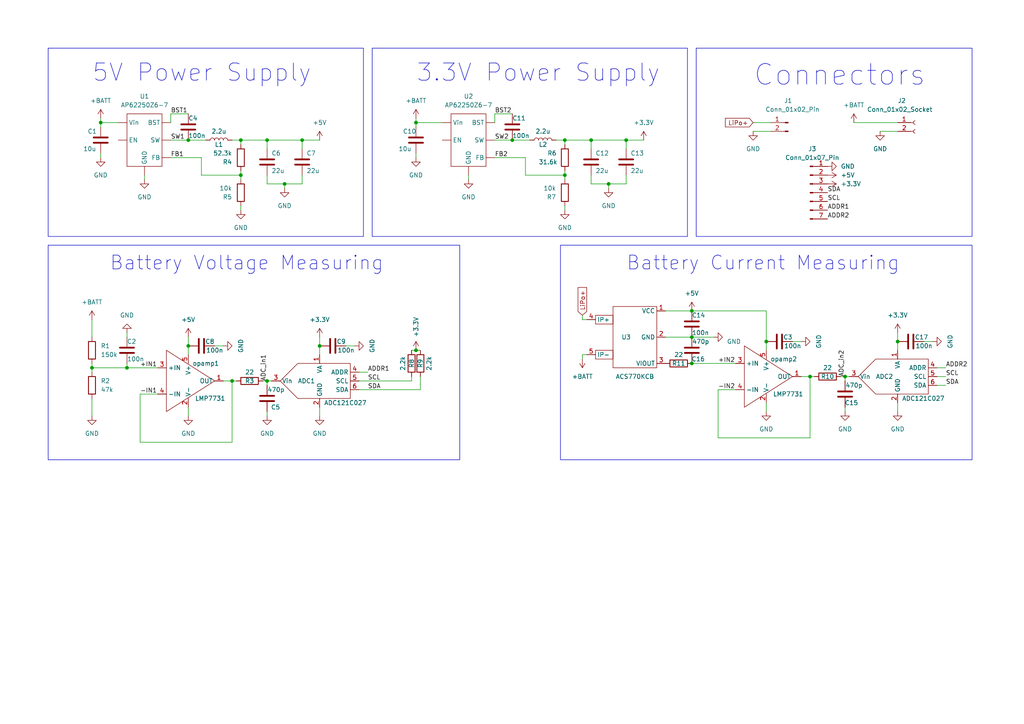
<source format=kicad_sch>
(kicad_sch (version 20230121) (generator eeschema)

  (uuid a10c439d-91ba-483b-81a3-2f2d25e1d3fc)

  (paper "A4")

  (lib_symbols
    (symbol "Connector:Conn_01x02_Pin" (pin_names (offset 1.016) hide) (in_bom yes) (on_board yes)
      (property "Reference" "J" (at 0 2.54 0)
        (effects (font (size 1.27 1.27)))
      )
      (property "Value" "Conn_01x02_Pin" (at 0 -5.08 0)
        (effects (font (size 1.27 1.27)))
      )
      (property "Footprint" "" (at 0 0 0)
        (effects (font (size 1.27 1.27)) hide)
      )
      (property "Datasheet" "~" (at 0 0 0)
        (effects (font (size 1.27 1.27)) hide)
      )
      (property "ki_locked" "" (at 0 0 0)
        (effects (font (size 1.27 1.27)))
      )
      (property "ki_keywords" "connector" (at 0 0 0)
        (effects (font (size 1.27 1.27)) hide)
      )
      (property "ki_description" "Generic connector, single row, 01x02, script generated" (at 0 0 0)
        (effects (font (size 1.27 1.27)) hide)
      )
      (property "ki_fp_filters" "Connector*:*_1x??_*" (at 0 0 0)
        (effects (font (size 1.27 1.27)) hide)
      )
      (symbol "Conn_01x02_Pin_1_1"
        (polyline
          (pts
            (xy 1.27 -2.54)
            (xy 0.8636 -2.54)
          )
          (stroke (width 0.1524) (type default))
          (fill (type none))
        )
        (polyline
          (pts
            (xy 1.27 0)
            (xy 0.8636 0)
          )
          (stroke (width 0.1524) (type default))
          (fill (type none))
        )
        (rectangle (start 0.8636 -2.413) (end 0 -2.667)
          (stroke (width 0.1524) (type default))
          (fill (type outline))
        )
        (rectangle (start 0.8636 0.127) (end 0 -0.127)
          (stroke (width 0.1524) (type default))
          (fill (type outline))
        )
        (pin passive line (at 5.08 0 180) (length 3.81)
          (name "Pin_1" (effects (font (size 1.27 1.27))))
          (number "1" (effects (font (size 1.27 1.27))))
        )
        (pin passive line (at 5.08 -2.54 180) (length 3.81)
          (name "Pin_2" (effects (font (size 1.27 1.27))))
          (number "2" (effects (font (size 1.27 1.27))))
        )
      )
    )
    (symbol "Connector:Conn_01x02_Socket" (pin_names (offset 1.016) hide) (in_bom yes) (on_board yes)
      (property "Reference" "J" (at 0 2.54 0)
        (effects (font (size 1.27 1.27)))
      )
      (property "Value" "Conn_01x02_Socket" (at 0 -5.08 0)
        (effects (font (size 1.27 1.27)))
      )
      (property "Footprint" "" (at 0 0 0)
        (effects (font (size 1.27 1.27)) hide)
      )
      (property "Datasheet" "~" (at 0 0 0)
        (effects (font (size 1.27 1.27)) hide)
      )
      (property "ki_locked" "" (at 0 0 0)
        (effects (font (size 1.27 1.27)))
      )
      (property "ki_keywords" "connector" (at 0 0 0)
        (effects (font (size 1.27 1.27)) hide)
      )
      (property "ki_description" "Generic connector, single row, 01x02, script generated" (at 0 0 0)
        (effects (font (size 1.27 1.27)) hide)
      )
      (property "ki_fp_filters" "Connector*:*_1x??_*" (at 0 0 0)
        (effects (font (size 1.27 1.27)) hide)
      )
      (symbol "Conn_01x02_Socket_1_1"
        (arc (start 0 -2.032) (mid -0.5058 -2.54) (end 0 -3.048)
          (stroke (width 0.1524) (type default))
          (fill (type none))
        )
        (polyline
          (pts
            (xy -1.27 -2.54)
            (xy -0.508 -2.54)
          )
          (stroke (width 0.1524) (type default))
          (fill (type none))
        )
        (polyline
          (pts
            (xy -1.27 0)
            (xy -0.508 0)
          )
          (stroke (width 0.1524) (type default))
          (fill (type none))
        )
        (arc (start 0 0.508) (mid -0.5058 0) (end 0 -0.508)
          (stroke (width 0.1524) (type default))
          (fill (type none))
        )
        (pin passive line (at -5.08 0 0) (length 3.81)
          (name "Pin_1" (effects (font (size 1.27 1.27))))
          (number "1" (effects (font (size 1.27 1.27))))
        )
        (pin passive line (at -5.08 -2.54 0) (length 3.81)
          (name "Pin_2" (effects (font (size 1.27 1.27))))
          (number "2" (effects (font (size 1.27 1.27))))
        )
      )
    )
    (symbol "Connector:Conn_01x07_Pin" (pin_names (offset 1.016) hide) (in_bom yes) (on_board yes)
      (property "Reference" "J" (at 0 10.16 0)
        (effects (font (size 1.27 1.27)))
      )
      (property "Value" "Conn_01x07_Pin" (at 0 -10.16 0)
        (effects (font (size 1.27 1.27)))
      )
      (property "Footprint" "" (at 0 0 0)
        (effects (font (size 1.27 1.27)) hide)
      )
      (property "Datasheet" "~" (at 0 0 0)
        (effects (font (size 1.27 1.27)) hide)
      )
      (property "ki_locked" "" (at 0 0 0)
        (effects (font (size 1.27 1.27)))
      )
      (property "ki_keywords" "connector" (at 0 0 0)
        (effects (font (size 1.27 1.27)) hide)
      )
      (property "ki_description" "Generic connector, single row, 01x07, script generated" (at 0 0 0)
        (effects (font (size 1.27 1.27)) hide)
      )
      (property "ki_fp_filters" "Connector*:*_1x??_*" (at 0 0 0)
        (effects (font (size 1.27 1.27)) hide)
      )
      (symbol "Conn_01x07_Pin_1_1"
        (polyline
          (pts
            (xy 1.27 -7.62)
            (xy 0.8636 -7.62)
          )
          (stroke (width 0.1524) (type default))
          (fill (type none))
        )
        (polyline
          (pts
            (xy 1.27 -5.08)
            (xy 0.8636 -5.08)
          )
          (stroke (width 0.1524) (type default))
          (fill (type none))
        )
        (polyline
          (pts
            (xy 1.27 -2.54)
            (xy 0.8636 -2.54)
          )
          (stroke (width 0.1524) (type default))
          (fill (type none))
        )
        (polyline
          (pts
            (xy 1.27 0)
            (xy 0.8636 0)
          )
          (stroke (width 0.1524) (type default))
          (fill (type none))
        )
        (polyline
          (pts
            (xy 1.27 2.54)
            (xy 0.8636 2.54)
          )
          (stroke (width 0.1524) (type default))
          (fill (type none))
        )
        (polyline
          (pts
            (xy 1.27 5.08)
            (xy 0.8636 5.08)
          )
          (stroke (width 0.1524) (type default))
          (fill (type none))
        )
        (polyline
          (pts
            (xy 1.27 7.62)
            (xy 0.8636 7.62)
          )
          (stroke (width 0.1524) (type default))
          (fill (type none))
        )
        (rectangle (start 0.8636 -7.493) (end 0 -7.747)
          (stroke (width 0.1524) (type default))
          (fill (type outline))
        )
        (rectangle (start 0.8636 -4.953) (end 0 -5.207)
          (stroke (width 0.1524) (type default))
          (fill (type outline))
        )
        (rectangle (start 0.8636 -2.413) (end 0 -2.667)
          (stroke (width 0.1524) (type default))
          (fill (type outline))
        )
        (rectangle (start 0.8636 0.127) (end 0 -0.127)
          (stroke (width 0.1524) (type default))
          (fill (type outline))
        )
        (rectangle (start 0.8636 2.667) (end 0 2.413)
          (stroke (width 0.1524) (type default))
          (fill (type outline))
        )
        (rectangle (start 0.8636 5.207) (end 0 4.953)
          (stroke (width 0.1524) (type default))
          (fill (type outline))
        )
        (rectangle (start 0.8636 7.747) (end 0 7.493)
          (stroke (width 0.1524) (type default))
          (fill (type outline))
        )
        (pin passive line (at 5.08 7.62 180) (length 3.81)
          (name "Pin_1" (effects (font (size 1.27 1.27))))
          (number "1" (effects (font (size 1.27 1.27))))
        )
        (pin passive line (at 5.08 5.08 180) (length 3.81)
          (name "Pin_2" (effects (font (size 1.27 1.27))))
          (number "2" (effects (font (size 1.27 1.27))))
        )
        (pin passive line (at 5.08 2.54 180) (length 3.81)
          (name "Pin_3" (effects (font (size 1.27 1.27))))
          (number "3" (effects (font (size 1.27 1.27))))
        )
        (pin passive line (at 5.08 0 180) (length 3.81)
          (name "Pin_4" (effects (font (size 1.27 1.27))))
          (number "4" (effects (font (size 1.27 1.27))))
        )
        (pin passive line (at 5.08 -2.54 180) (length 3.81)
          (name "Pin_5" (effects (font (size 1.27 1.27))))
          (number "5" (effects (font (size 1.27 1.27))))
        )
        (pin passive line (at 5.08 -5.08 180) (length 3.81)
          (name "Pin_6" (effects (font (size 1.27 1.27))))
          (number "6" (effects (font (size 1.27 1.27))))
        )
        (pin passive line (at 5.08 -7.62 180) (length 3.81)
          (name "Pin_7" (effects (font (size 1.27 1.27))))
          (number "7" (effects (font (size 1.27 1.27))))
        )
      )
    )
    (symbol "Device:C" (pin_numbers hide) (pin_names (offset 0.254)) (in_bom yes) (on_board yes)
      (property "Reference" "C" (at 0.635 2.54 0)
        (effects (font (size 1.27 1.27)) (justify left))
      )
      (property "Value" "C" (at 0.635 -2.54 0)
        (effects (font (size 1.27 1.27)) (justify left))
      )
      (property "Footprint" "" (at 0.9652 -3.81 0)
        (effects (font (size 1.27 1.27)) hide)
      )
      (property "Datasheet" "~" (at 0 0 0)
        (effects (font (size 1.27 1.27)) hide)
      )
      (property "ki_keywords" "cap capacitor" (at 0 0 0)
        (effects (font (size 1.27 1.27)) hide)
      )
      (property "ki_description" "Unpolarized capacitor" (at 0 0 0)
        (effects (font (size 1.27 1.27)) hide)
      )
      (property "ki_fp_filters" "C_*" (at 0 0 0)
        (effects (font (size 1.27 1.27)) hide)
      )
      (symbol "C_0_1"
        (polyline
          (pts
            (xy -2.032 -0.762)
            (xy 2.032 -0.762)
          )
          (stroke (width 0.508) (type default))
          (fill (type none))
        )
        (polyline
          (pts
            (xy -2.032 0.762)
            (xy 2.032 0.762)
          )
          (stroke (width 0.508) (type default))
          (fill (type none))
        )
      )
      (symbol "C_1_1"
        (pin passive line (at 0 3.81 270) (length 2.794)
          (name "~" (effects (font (size 1.27 1.27))))
          (number "1" (effects (font (size 1.27 1.27))))
        )
        (pin passive line (at 0 -3.81 90) (length 2.794)
          (name "~" (effects (font (size 1.27 1.27))))
          (number "2" (effects (font (size 1.27 1.27))))
        )
      )
    )
    (symbol "Device:L" (pin_numbers hide) (pin_names (offset 1.016) hide) (in_bom yes) (on_board yes)
      (property "Reference" "L" (at -1.27 0 90)
        (effects (font (size 1.27 1.27)))
      )
      (property "Value" "L" (at 1.905 0 90)
        (effects (font (size 1.27 1.27)))
      )
      (property "Footprint" "" (at 0 0 0)
        (effects (font (size 1.27 1.27)) hide)
      )
      (property "Datasheet" "~" (at 0 0 0)
        (effects (font (size 1.27 1.27)) hide)
      )
      (property "ki_keywords" "inductor choke coil reactor magnetic" (at 0 0 0)
        (effects (font (size 1.27 1.27)) hide)
      )
      (property "ki_description" "Inductor" (at 0 0 0)
        (effects (font (size 1.27 1.27)) hide)
      )
      (property "ki_fp_filters" "Choke_* *Coil* Inductor_* L_*" (at 0 0 0)
        (effects (font (size 1.27 1.27)) hide)
      )
      (symbol "L_0_1"
        (arc (start 0 -2.54) (mid 0.6323 -1.905) (end 0 -1.27)
          (stroke (width 0) (type default))
          (fill (type none))
        )
        (arc (start 0 -1.27) (mid 0.6323 -0.635) (end 0 0)
          (stroke (width 0) (type default))
          (fill (type none))
        )
        (arc (start 0 0) (mid 0.6323 0.635) (end 0 1.27)
          (stroke (width 0) (type default))
          (fill (type none))
        )
        (arc (start 0 1.27) (mid 0.6323 1.905) (end 0 2.54)
          (stroke (width 0) (type default))
          (fill (type none))
        )
      )
      (symbol "L_1_1"
        (pin passive line (at 0 3.81 270) (length 1.27)
          (name "1" (effects (font (size 1.27 1.27))))
          (number "1" (effects (font (size 1.27 1.27))))
        )
        (pin passive line (at 0 -3.81 90) (length 1.27)
          (name "2" (effects (font (size 1.27 1.27))))
          (number "2" (effects (font (size 1.27 1.27))))
        )
      )
    )
    (symbol "Device:R" (pin_numbers hide) (pin_names (offset 0)) (in_bom yes) (on_board yes)
      (property "Reference" "R" (at 2.032 0 90)
        (effects (font (size 1.27 1.27)))
      )
      (property "Value" "R" (at 0 0 90)
        (effects (font (size 1.27 1.27)))
      )
      (property "Footprint" "" (at -1.778 0 90)
        (effects (font (size 1.27 1.27)) hide)
      )
      (property "Datasheet" "~" (at 0 0 0)
        (effects (font (size 1.27 1.27)) hide)
      )
      (property "ki_keywords" "R res resistor" (at 0 0 0)
        (effects (font (size 1.27 1.27)) hide)
      )
      (property "ki_description" "Resistor" (at 0 0 0)
        (effects (font (size 1.27 1.27)) hide)
      )
      (property "ki_fp_filters" "R_*" (at 0 0 0)
        (effects (font (size 1.27 1.27)) hide)
      )
      (symbol "R_0_1"
        (rectangle (start -1.016 -2.54) (end 1.016 2.54)
          (stroke (width 0.254) (type default))
          (fill (type none))
        )
      )
      (symbol "R_1_1"
        (pin passive line (at 0 3.81 270) (length 1.27)
          (name "~" (effects (font (size 1.27 1.27))))
          (number "1" (effects (font (size 1.27 1.27))))
        )
        (pin passive line (at 0 -3.81 90) (length 1.27)
          (name "~" (effects (font (size 1.27 1.27))))
          (number "2" (effects (font (size 1.27 1.27))))
        )
      )
    )
    (symbol "UAV Components Library:ACS770" (in_bom yes) (on_board yes)
      (property "Reference" "U3" (at -2.54 0 0)
        (effects (font (size 1.27 1.27)))
      )
      (property "Value" "ACS770KCB" (at 0 -11.43 0)
        (effects (font (size 1.27 1.27)))
      )
      (property "Footprint" "" (at 0 1.27 0)
        (effects (font (size 1.27 1.27)) hide)
      )
      (property "Datasheet" "" (at 0 1.27 0)
        (effects (font (size 1.27 1.27)) hide)
      )
      (symbol "ACS770_0_1"
        (rectangle (start -11.43 -3.81) (end -6.35 -6.35)
          (stroke (width 0) (type default))
          (fill (type none))
        )
        (rectangle (start -11.43 6.35) (end -6.35 3.81)
          (stroke (width 0) (type default))
          (fill (type none))
        )
        (rectangle (start -6.35 8.89) (end 6.35 -8.89)
          (stroke (width 0) (type default))
          (fill (type none))
        )
      )
      (symbol "ACS770_1_1"
        (pin input line (at 8.89 7.62 180) (length 2.54)
          (name "VCC" (effects (font (size 1.27 1.27))))
          (number "1" (effects (font (size 1.27 1.27))))
        )
        (pin input line (at 8.89 0 180) (length 2.54)
          (name "GND" (effects (font (size 1.27 1.27))))
          (number "2" (effects (font (size 1.27 1.27))))
        )
        (pin input line (at 8.89 -7.62 180) (length 2.54)
          (name "VIOUT" (effects (font (size 1.27 1.27))))
          (number "3" (effects (font (size 1.27 1.27))))
        )
        (pin input line (at -13.97 5.08 0) (length 2.54)
          (name "IP+" (effects (font (size 1.27 1.27))))
          (number "4" (effects (font (size 1.27 1.27))))
        )
        (pin input line (at -13.97 -5.08 0) (length 2.54)
          (name "IP-" (effects (font (size 1.27 1.27))))
          (number "5" (effects (font (size 1.27 1.27))))
        )
      )
    )
    (symbol "UAV Components Library:ADC121C027" (in_bom yes) (on_board yes)
      (property "Reference" "ADC" (at -3.81 0 0)
        (effects (font (size 1.27 1.27)))
      )
      (property "Value" "ADC121C027" (at -8.89 7.62 0)
        (effects (font (size 1.27 1.27)))
      )
      (property "Footprint" "" (at -1.27 0 0)
        (effects (font (size 1.27 1.27)) hide)
      )
      (property "Datasheet" "" (at -1.27 0 0)
        (effects (font (size 1.27 1.27)) hide)
      )
      (symbol "ADC121C027_0_1"
        (polyline
          (pts
            (xy -11.43 0)
            (xy -6.35 -5.08)
            (xy 0 -5.08)
            (xy 8.89 -5.08)
            (xy 8.89 5.08)
            (xy -6.35 5.08)
            (xy -11.43 0)
          )
          (stroke (width 0) (type default))
          (fill (type none))
        )
      )
      (symbol "ADC121C027_1_1"
        (pin input line (at 0 7.62 270) (length 2.54)
          (name "VA" (effects (font (size 1.27 1.27))))
          (number "1" (effects (font (size 1.27 1.27))))
        )
        (pin output line (at 0 -7.62 90) (length 2.54)
          (name "GND" (effects (font (size 1.27 1.27))))
          (number "2" (effects (font (size 1.27 1.27))))
        )
        (pin input line (at -13.97 0 0) (length 2.54)
          (name "Vin" (effects (font (size 1.27 1.27))))
          (number "3" (effects (font (size 1.27 1.27))))
        )
        (pin output line (at 11.43 2.54 180) (length 2.54)
          (name "ADDR" (effects (font (size 1.27 1.27))))
          (number "4" (effects (font (size 1.27 1.27))))
        )
        (pin output line (at 11.43 0 180) (length 2.54)
          (name "SCL" (effects (font (size 1.27 1.27))))
          (number "5" (effects (font (size 1.27 1.27))))
        )
        (pin output line (at 11.43 -2.54 180) (length 2.54)
          (name "SDA" (effects (font (size 1.27 1.27))))
          (number "6" (effects (font (size 1.27 1.27))))
        )
      )
    )
    (symbol "UAV Components Library:AP62250Z6-7" (pin_numbers hide) (in_bom yes) (on_board yes)
      (property "Reference" "U" (at 0 11.43 0)
        (effects (font (size 1.27 1.27)))
      )
      (property "Value" "AP62250Z6-7" (at 0 8.89 0)
        (effects (font (size 1.27 1.27)))
      )
      (property "Footprint" "" (at 0 0 0)
        (effects (font (size 1.27 1.27)) hide)
      )
      (property "Datasheet" "" (at 0 0 0)
        (effects (font (size 1.27 1.27)) hide)
      )
      (symbol "AP62250Z6-7_0_1"
        (rectangle (start -5.08 7.62) (end 5.08 -7.62)
          (stroke (width 0) (type default))
          (fill (type none))
        )
      )
      (symbol "AP62250Z6-7_1_1"
        (pin output line (at 0 -10.16 90) (length 2.54)
          (name "GND" (effects (font (size 1.27 1.27))))
          (number "1" (effects (font (size 1.27 1.27))))
        )
        (pin output line (at 7.62 0 180) (length 2.54)
          (name "SW" (effects (font (size 1.27 1.27))))
          (number "2" (effects (font (size 1.27 1.27))))
        )
        (pin input line (at -7.62 5.08 0) (length 2.54)
          (name "Vin" (effects (font (size 1.27 1.27))))
          (number "3" (effects (font (size 1.27 1.27))))
        )
        (pin input line (at 7.62 -5.08 180) (length 2.54)
          (name "FB" (effects (font (size 1.27 1.27))))
          (number "4" (effects (font (size 1.27 1.27))))
        )
        (pin input line (at -7.62 0 0) (length 2.54)
          (name "EN" (effects (font (size 1.27 1.27))))
          (number "5" (effects (font (size 1.27 1.27))))
        )
        (pin input line (at 7.62 5.08 180) (length 2.54)
          (name "BST" (effects (font (size 1.27 1.27))))
          (number "6" (effects (font (size 1.27 1.27))))
        )
      )
    )
    (symbol "UAV Components Library:LMP7731" (in_bom yes) (on_board yes)
      (property "Reference" "opamp" (at -1.27 0 0)
        (effects (font (size 1.27 1.27)))
      )
      (property "Value" "LMP7731" (at 6.35 5.08 0)
        (effects (font (size 1.27 1.27)))
      )
      (property "Footprint" "" (at -2.54 0 0)
        (effects (font (size 1.27 1.27)) hide)
      )
      (property "Datasheet" "" (at -2.54 0 0)
        (effects (font (size 1.27 1.27)) hide)
      )
      (symbol "LMP7731_0_1"
        (polyline
          (pts
            (xy -6.35 8.89)
            (xy 7.62 0)
            (xy -6.35 -8.89)
            (xy -6.35 8.89)
          )
          (stroke (width 0) (type default))
          (fill (type none))
        )
      )
      (symbol "LMP7731_1_1"
        (pin output line (at 10.16 0 180) (length 2.54)
          (name "OUT" (effects (font (size 1.27 1.27))))
          (number "1" (effects (font (size 1.27 1.27))))
        )
        (pin output line (at 0 -7.62 90) (length 2.54)
          (name "V-" (effects (font (size 1.27 1.27))))
          (number "2" (effects (font (size 1.27 1.27))))
        )
        (pin input line (at -8.89 3.81 0) (length 2.54)
          (name "+IN" (effects (font (size 1.27 1.27))))
          (number "3" (effects (font (size 1.27 1.27))))
        )
        (pin input line (at -8.89 -3.81 0) (length 2.54)
          (name "-IN" (effects (font (size 1.27 1.27))))
          (number "4" (effects (font (size 1.27 1.27))))
        )
        (pin input line (at 0 7.62 270) (length 2.54)
          (name "V+" (effects (font (size 1.27 1.27))))
          (number "5" (effects (font (size 1.27 1.27))))
        )
      )
    )
    (symbol "power:+3.3V" (power) (pin_names (offset 0)) (in_bom yes) (on_board yes)
      (property "Reference" "#PWR" (at 0 -3.81 0)
        (effects (font (size 1.27 1.27)) hide)
      )
      (property "Value" "+3.3V" (at 0 3.556 0)
        (effects (font (size 1.27 1.27)))
      )
      (property "Footprint" "" (at 0 0 0)
        (effects (font (size 1.27 1.27)) hide)
      )
      (property "Datasheet" "" (at 0 0 0)
        (effects (font (size 1.27 1.27)) hide)
      )
      (property "ki_keywords" "global power" (at 0 0 0)
        (effects (font (size 1.27 1.27)) hide)
      )
      (property "ki_description" "Power symbol creates a global label with name \"+3.3V\"" (at 0 0 0)
        (effects (font (size 1.27 1.27)) hide)
      )
      (symbol "+3.3V_0_1"
        (polyline
          (pts
            (xy -0.762 1.27)
            (xy 0 2.54)
          )
          (stroke (width 0) (type default))
          (fill (type none))
        )
        (polyline
          (pts
            (xy 0 0)
            (xy 0 2.54)
          )
          (stroke (width 0) (type default))
          (fill (type none))
        )
        (polyline
          (pts
            (xy 0 2.54)
            (xy 0.762 1.27)
          )
          (stroke (width 0) (type default))
          (fill (type none))
        )
      )
      (symbol "+3.3V_1_1"
        (pin power_in line (at 0 0 90) (length 0) hide
          (name "+3.3V" (effects (font (size 1.27 1.27))))
          (number "1" (effects (font (size 1.27 1.27))))
        )
      )
    )
    (symbol "power:+5V" (power) (pin_names (offset 0)) (in_bom yes) (on_board yes)
      (property "Reference" "#PWR" (at 0 -3.81 0)
        (effects (font (size 1.27 1.27)) hide)
      )
      (property "Value" "+5V" (at 0 3.556 0)
        (effects (font (size 1.27 1.27)))
      )
      (property "Footprint" "" (at 0 0 0)
        (effects (font (size 1.27 1.27)) hide)
      )
      (property "Datasheet" "" (at 0 0 0)
        (effects (font (size 1.27 1.27)) hide)
      )
      (property "ki_keywords" "global power" (at 0 0 0)
        (effects (font (size 1.27 1.27)) hide)
      )
      (property "ki_description" "Power symbol creates a global label with name \"+5V\"" (at 0 0 0)
        (effects (font (size 1.27 1.27)) hide)
      )
      (symbol "+5V_0_1"
        (polyline
          (pts
            (xy -0.762 1.27)
            (xy 0 2.54)
          )
          (stroke (width 0) (type default))
          (fill (type none))
        )
        (polyline
          (pts
            (xy 0 0)
            (xy 0 2.54)
          )
          (stroke (width 0) (type default))
          (fill (type none))
        )
        (polyline
          (pts
            (xy 0 2.54)
            (xy 0.762 1.27)
          )
          (stroke (width 0) (type default))
          (fill (type none))
        )
      )
      (symbol "+5V_1_1"
        (pin power_in line (at 0 0 90) (length 0) hide
          (name "+5V" (effects (font (size 1.27 1.27))))
          (number "1" (effects (font (size 1.27 1.27))))
        )
      )
    )
    (symbol "power:+BATT" (power) (pin_names (offset 0)) (in_bom yes) (on_board yes)
      (property "Reference" "#PWR" (at 0 -3.81 0)
        (effects (font (size 1.27 1.27)) hide)
      )
      (property "Value" "+BATT" (at 0 3.556 0)
        (effects (font (size 1.27 1.27)))
      )
      (property "Footprint" "" (at 0 0 0)
        (effects (font (size 1.27 1.27)) hide)
      )
      (property "Datasheet" "" (at 0 0 0)
        (effects (font (size 1.27 1.27)) hide)
      )
      (property "ki_keywords" "global power battery" (at 0 0 0)
        (effects (font (size 1.27 1.27)) hide)
      )
      (property "ki_description" "Power symbol creates a global label with name \"+BATT\"" (at 0 0 0)
        (effects (font (size 1.27 1.27)) hide)
      )
      (symbol "+BATT_0_1"
        (polyline
          (pts
            (xy -0.762 1.27)
            (xy 0 2.54)
          )
          (stroke (width 0) (type default))
          (fill (type none))
        )
        (polyline
          (pts
            (xy 0 0)
            (xy 0 2.54)
          )
          (stroke (width 0) (type default))
          (fill (type none))
        )
        (polyline
          (pts
            (xy 0 2.54)
            (xy 0.762 1.27)
          )
          (stroke (width 0) (type default))
          (fill (type none))
        )
      )
      (symbol "+BATT_1_1"
        (pin power_in line (at 0 0 90) (length 0) hide
          (name "+BATT" (effects (font (size 1.27 1.27))))
          (number "1" (effects (font (size 1.27 1.27))))
        )
      )
    )
    (symbol "power:GND" (power) (pin_names (offset 0)) (in_bom yes) (on_board yes)
      (property "Reference" "#PWR" (at 0 -6.35 0)
        (effects (font (size 1.27 1.27)) hide)
      )
      (property "Value" "GND" (at 0 -3.81 0)
        (effects (font (size 1.27 1.27)))
      )
      (property "Footprint" "" (at 0 0 0)
        (effects (font (size 1.27 1.27)) hide)
      )
      (property "Datasheet" "" (at 0 0 0)
        (effects (font (size 1.27 1.27)) hide)
      )
      (property "ki_keywords" "global power" (at 0 0 0)
        (effects (font (size 1.27 1.27)) hide)
      )
      (property "ki_description" "Power symbol creates a global label with name \"GND\" , ground" (at 0 0 0)
        (effects (font (size 1.27 1.27)) hide)
      )
      (symbol "GND_0_1"
        (polyline
          (pts
            (xy 0 0)
            (xy 0 -1.27)
            (xy 1.27 -1.27)
            (xy 0 -2.54)
            (xy -1.27 -1.27)
            (xy 0 -1.27)
          )
          (stroke (width 0) (type default))
          (fill (type none))
        )
      )
      (symbol "GND_1_1"
        (pin power_in line (at 0 0 270) (length 0) hide
          (name "GND" (effects (font (size 1.27 1.27))))
          (number "1" (effects (font (size 1.27 1.27))))
        )
      )
    )
  )

  (junction (at 200.66 97.79) (diameter 0) (color 0 0 0 0)
    (uuid 090b34d5-10ca-4f4f-8eb2-a657ed338763)
  )
  (junction (at 176.53 53.34) (diameter 0) (color 0 0 0 0)
    (uuid 1641cdf1-9b93-42b5-bc36-5f0777108367)
  )
  (junction (at 69.85 40.64) (diameter 0) (color 0 0 0 0)
    (uuid 1b36bdcb-884f-4611-b184-3650dbb237bd)
  )
  (junction (at 148.59 40.64) (diameter 0) (color 0 0 0 0)
    (uuid 20a97f80-c073-43bb-826b-2b57f70cbcab)
  )
  (junction (at 87.63 40.64) (diameter 0) (color 0 0 0 0)
    (uuid 2766aa7b-4e63-4352-a606-a3dfd1940b7e)
  )
  (junction (at 67.31 110.49) (diameter 0) (color 0 0 0 0)
    (uuid 37b34ada-b00c-48af-a723-2fa8b52c9c5e)
  )
  (junction (at 54.61 100.33) (diameter 0) (color 0 0 0 0)
    (uuid 38f89d25-2838-4719-8e96-5d8d4c5aadfc)
  )
  (junction (at 260.35 99.06) (diameter 0) (color 0 0 0 0)
    (uuid 3b6ed64e-6471-4ef8-8088-d41c9ed117e9)
  )
  (junction (at 69.85 50.8) (diameter 0) (color 0 0 0 0)
    (uuid 5291ed22-174a-469a-a2b8-ef448c79174c)
  )
  (junction (at 29.21 35.56) (diameter 0) (color 0 0 0 0)
    (uuid 5421f582-b00e-4300-8e25-322b0391d1a9)
  )
  (junction (at 54.61 40.64) (diameter 0) (color 0 0 0 0)
    (uuid 6ad838e9-5d08-42b2-8d79-9a2699abc854)
  )
  (junction (at 171.45 40.64) (diameter 0) (color 0 0 0 0)
    (uuid 6b372b0f-c145-4689-8342-94509d5d013c)
  )
  (junction (at 163.83 50.8) (diameter 0) (color 0 0 0 0)
    (uuid 7520fd24-c40d-4c3b-b6cd-11ecf84af52a)
  )
  (junction (at 222.25 99.06) (diameter 0) (color 0 0 0 0)
    (uuid 76c49fbe-fcfa-4312-a6b4-a044ae1ce33a)
  )
  (junction (at 234.95 109.22) (diameter 0) (color 0 0 0 0)
    (uuid 8ce2c280-5630-4f4a-8f81-e50f2fd8dd56)
  )
  (junction (at 200.66 105.41) (diameter 0) (color 0 0 0 0)
    (uuid 8df31832-443d-4d93-a0c6-b2e02694454f)
  )
  (junction (at 82.55 53.34) (diameter 0) (color 0 0 0 0)
    (uuid 96db1767-05f4-4520-9fcf-04d4342f5d18)
  )
  (junction (at 92.71 100.33) (diameter 0) (color 0 0 0 0)
    (uuid 9abb848d-ba21-426a-83ee-0abef3c996e6)
  )
  (junction (at 36.83 106.68) (diameter 0) (color 0 0 0 0)
    (uuid 9e7fd53c-c1cd-425b-b20f-edba9beb7c33)
  )
  (junction (at 181.61 40.64) (diameter 0) (color 0 0 0 0)
    (uuid a4626d45-d0d5-47be-9725-75d2cb9338b7)
  )
  (junction (at 77.47 40.64) (diameter 0) (color 0 0 0 0)
    (uuid b5facf3f-f2bd-473e-a395-cecf926c0a56)
  )
  (junction (at 200.66 90.17) (diameter 0) (color 0 0 0 0)
    (uuid cac54e9e-247b-4db3-a778-08d2bcd199d4)
  )
  (junction (at 245.11 109.22) (diameter 0) (color 0 0 0 0)
    (uuid ccefe7b7-f1cd-4c1d-93ea-94400e7a9195)
  )
  (junction (at 163.83 40.64) (diameter 0) (color 0 0 0 0)
    (uuid dec3dcac-57cc-4d8d-94ac-f428998738bf)
  )
  (junction (at 120.65 101.6) (diameter 0) (color 0 0 0 0)
    (uuid df5e56fb-afa4-411e-971a-67e3479a325b)
  )
  (junction (at 77.47 110.49) (diameter 0) (color 0 0 0 0)
    (uuid e617a1d8-1480-457f-8020-452406a92d63)
  )
  (junction (at 26.67 106.68) (diameter 0) (color 0 0 0 0)
    (uuid f719c51b-6c7f-432c-9f6b-39375e3d294d)
  )
  (junction (at 120.65 35.56) (diameter 0) (color 0 0 0 0)
    (uuid fa7f0b0d-14f7-4e32-a155-c7c20dc352b4)
  )

  (wire (pts (xy 163.83 40.64) (xy 161.29 40.64))
    (stroke (width 0) (type default))
    (uuid 00a3724c-2c7c-420d-a4cc-be3fceb56c5b)
  )
  (wire (pts (xy 54.61 100.33) (xy 54.61 102.87))
    (stroke (width 0) (type default))
    (uuid 0562bf4c-8447-4680-a4c2-1337d8183a48)
  )
  (wire (pts (xy 77.47 110.49) (xy 76.2 110.49))
    (stroke (width 0) (type default))
    (uuid 0629583f-1aa3-4426-b8e6-3a1600b71df5)
  )
  (wire (pts (xy 208.28 113.03) (xy 208.28 127))
    (stroke (width 0) (type default))
    (uuid 0b9acd12-d9d9-4e15-8255-e12494629219)
  )
  (wire (pts (xy 270.51 99.06) (xy 267.97 99.06))
    (stroke (width 0) (type default))
    (uuid 0c5eb0eb-9f44-4375-ab6b-79961d8f87da)
  )
  (wire (pts (xy 223.52 38.1) (xy 218.44 38.1))
    (stroke (width 0) (type default))
    (uuid 0f0f33db-3277-443e-939c-8c90dcf0abc1)
  )
  (wire (pts (xy 92.71 100.33) (xy 92.71 102.87))
    (stroke (width 0) (type default))
    (uuid 1356dfa1-ca57-496c-a016-152c2edaf206)
  )
  (wire (pts (xy 40.64 114.3) (xy 40.64 128.27))
    (stroke (width 0) (type default))
    (uuid 1388fa6a-a290-4b6b-8dbc-22d4b617df3f)
  )
  (wire (pts (xy 69.85 49.53) (xy 69.85 50.8))
    (stroke (width 0) (type default))
    (uuid 177269cc-b9e9-4827-8d26-efb4ceeb9313)
  )
  (wire (pts (xy 168.91 92.71) (xy 170.18 92.71))
    (stroke (width 0) (type default))
    (uuid 18911bb3-5049-4678-a95c-a5d214b158c5)
  )
  (wire (pts (xy 223.52 35.56) (xy 218.44 35.56))
    (stroke (width 0) (type default))
    (uuid 19a8cb75-da10-4a8f-a70f-61190695cf08)
  )
  (wire (pts (xy 143.51 40.64) (xy 148.59 40.64))
    (stroke (width 0) (type default))
    (uuid 19ef2c2b-47cf-43b6-8712-750e59b1486b)
  )
  (wire (pts (xy 40.64 128.27) (xy 67.31 128.27))
    (stroke (width 0) (type default))
    (uuid 1f3bce63-3232-4e7d-ab96-67dcff5abe45)
  )
  (wire (pts (xy 245.11 109.22) (xy 246.38 109.22))
    (stroke (width 0) (type default))
    (uuid 2536ec8d-afa2-407b-8cee-f8730c054dc3)
  )
  (wire (pts (xy 143.51 33.02) (xy 148.59 33.02))
    (stroke (width 0) (type default))
    (uuid 25f411ab-d2c5-45c9-989e-5002710c0b72)
  )
  (wire (pts (xy 69.85 40.64) (xy 69.85 41.91))
    (stroke (width 0) (type default))
    (uuid 29f3ecc8-e0da-4a43-b18b-e8331501b897)
  )
  (wire (pts (xy 260.35 96.52) (xy 260.35 99.06))
    (stroke (width 0) (type default))
    (uuid 2a50019a-3627-4bc7-8c53-08abb03b02bf)
  )
  (wire (pts (xy 29.21 44.45) (xy 29.21 45.72))
    (stroke (width 0) (type default))
    (uuid 2bab34a7-509a-487c-aea2-563863ff0c08)
  )
  (wire (pts (xy 222.25 90.17) (xy 222.25 99.06))
    (stroke (width 0) (type default))
    (uuid 2cbcc930-2b7c-49a2-92f5-cc943bc60143)
  )
  (wire (pts (xy 271.78 106.68) (xy 274.32 106.68))
    (stroke (width 0) (type default))
    (uuid 30c03662-e7e2-428c-b0da-f91b3c3f2e13)
  )
  (wire (pts (xy 36.83 105.41) (xy 36.83 106.68))
    (stroke (width 0) (type default))
    (uuid 3230a6eb-7858-402e-a1c6-0d413e663e1a)
  )
  (wire (pts (xy 77.47 43.18) (xy 77.47 40.64))
    (stroke (width 0) (type default))
    (uuid 3418f106-6086-4b75-a92c-5c2c01552cfe)
  )
  (wire (pts (xy 260.35 35.56) (xy 247.65 35.56))
    (stroke (width 0) (type default))
    (uuid 353d3b3a-b7c9-46f1-be09-16771d1085b6)
  )
  (wire (pts (xy 87.63 53.34) (xy 87.63 50.8))
    (stroke (width 0) (type default))
    (uuid 39d054e4-5287-4acd-9610-358167d31680)
  )
  (wire (pts (xy 120.65 34.29) (xy 120.65 35.56))
    (stroke (width 0) (type default))
    (uuid 3aeee993-808a-4ade-94bd-f8190fe743bc)
  )
  (wire (pts (xy 77.47 110.49) (xy 77.47 111.76))
    (stroke (width 0) (type default))
    (uuid 3f0db25a-7134-4042-92c3-fc8e221120b8)
  )
  (wire (pts (xy 171.45 53.34) (xy 176.53 53.34))
    (stroke (width 0) (type default))
    (uuid 3fdcef5f-b780-4960-9e2e-d6aac70026b9)
  )
  (wire (pts (xy 54.61 40.64) (xy 59.69 40.64))
    (stroke (width 0) (type default))
    (uuid 42f43a64-39ba-47fb-a5af-337fefe781c2)
  )
  (wire (pts (xy 222.25 119.38) (xy 222.25 116.84))
    (stroke (width 0) (type default))
    (uuid 434d430b-80a7-49e2-afac-f5d19abeb37b)
  )
  (wire (pts (xy 152.4 50.8) (xy 163.83 50.8))
    (stroke (width 0) (type default))
    (uuid 48d136ae-ec4c-4766-8d72-1956b3678914)
  )
  (wire (pts (xy 102.87 100.33) (xy 100.33 100.33))
    (stroke (width 0) (type default))
    (uuid 4934a2e7-043e-4b7b-8158-89222ddcfea3)
  )
  (wire (pts (xy 163.83 40.64) (xy 163.83 41.91))
    (stroke (width 0) (type default))
    (uuid 4b00f980-f795-429a-b6fa-93bc4bd66170)
  )
  (wire (pts (xy 34.29 35.56) (xy 29.21 35.56))
    (stroke (width 0) (type default))
    (uuid 4b6c053d-95d4-4888-83ac-ba9851bd9fe2)
  )
  (wire (pts (xy 77.47 40.64) (xy 87.63 40.64))
    (stroke (width 0) (type default))
    (uuid 4edd9980-e03c-4358-9b15-e856e50ed2f8)
  )
  (wire (pts (xy 163.83 49.53) (xy 163.83 50.8))
    (stroke (width 0) (type default))
    (uuid 517fd83f-d7b2-4ea6-a47a-d3b2f6002728)
  )
  (wire (pts (xy 200.66 90.17) (xy 222.25 90.17))
    (stroke (width 0) (type default))
    (uuid 528d5993-d203-4719-9b45-975c8f29572b)
  )
  (wire (pts (xy 271.78 109.22) (xy 274.32 109.22))
    (stroke (width 0) (type default))
    (uuid 532eea4d-2629-418c-833d-eaab169fd3a7)
  )
  (wire (pts (xy 208.28 113.03) (xy 213.36 113.03))
    (stroke (width 0) (type default))
    (uuid 56cf3be7-00b0-44f7-9239-477ba79a612f)
  )
  (wire (pts (xy 193.04 97.79) (xy 200.66 97.79))
    (stroke (width 0) (type default))
    (uuid 5da9704d-32da-48c3-9d98-41328f346ae8)
  )
  (wire (pts (xy 193.04 90.17) (xy 200.66 90.17))
    (stroke (width 0) (type default))
    (uuid 5fa94b2c-32ba-4697-8b4b-aad48599ba39)
  )
  (wire (pts (xy 41.91 52.07) (xy 41.91 50.8))
    (stroke (width 0) (type default))
    (uuid 5fed99a3-9e86-4c81-9ed1-7048a77803f9)
  )
  (wire (pts (xy 104.14 107.95) (xy 106.68 107.95))
    (stroke (width 0) (type default))
    (uuid 6528d898-a2c7-4dc1-ba6a-15867e19b38b)
  )
  (wire (pts (xy 234.95 109.22) (xy 236.22 109.22))
    (stroke (width 0) (type default))
    (uuid 662051b1-bde6-4dd3-b962-537905d0e960)
  )
  (wire (pts (xy 260.35 119.38) (xy 260.35 116.84))
    (stroke (width 0) (type default))
    (uuid 69132ee2-02a4-4064-a8cf-4b7632ae0754)
  )
  (wire (pts (xy 245.11 109.22) (xy 243.84 109.22))
    (stroke (width 0) (type default))
    (uuid 69c83b0f-9833-4429-b3e5-6d1882c97f9c)
  )
  (wire (pts (xy 232.41 99.06) (xy 229.87 99.06))
    (stroke (width 0) (type default))
    (uuid 6b918bec-4d19-4b04-bda5-836f17069e95)
  )
  (wire (pts (xy 40.64 114.3) (xy 45.72 114.3))
    (stroke (width 0) (type default))
    (uuid 6bd21222-d5f1-4461-9409-dc05776b8064)
  )
  (wire (pts (xy 245.11 118.11) (xy 245.11 119.38))
    (stroke (width 0) (type default))
    (uuid 6ef5f14c-4d2a-4260-adb8-6bbc08d9fa15)
  )
  (wire (pts (xy 54.61 120.65) (xy 54.61 118.11))
    (stroke (width 0) (type default))
    (uuid 70875f15-199e-4ac4-9f5f-a632025e4af5)
  )
  (wire (pts (xy 260.35 38.1) (xy 255.27 38.1))
    (stroke (width 0) (type default))
    (uuid 71c94e46-0138-480c-aba4-a5fd29a6aa36)
  )
  (wire (pts (xy 120.65 101.6) (xy 121.92 101.6))
    (stroke (width 0) (type default))
    (uuid 7307b38e-2b69-4834-804b-8c96bf95d93c)
  )
  (wire (pts (xy 135.89 52.07) (xy 135.89 50.8))
    (stroke (width 0) (type default))
    (uuid 77c2788a-80b6-47ed-a500-3d7f6b61c3ef)
  )
  (wire (pts (xy 208.28 127) (xy 234.95 127))
    (stroke (width 0) (type default))
    (uuid 79baf31e-47a0-4840-b691-3e5c6b2fdedc)
  )
  (wire (pts (xy 104.14 110.49) (xy 119.38 110.49))
    (stroke (width 0) (type default))
    (uuid 80fc391b-4d70-47dd-9c02-06d3b6d44c40)
  )
  (wire (pts (xy 69.85 50.8) (xy 69.85 52.07))
    (stroke (width 0) (type default))
    (uuid 8152ff04-7b12-4ba3-8b75-06374b873af0)
  )
  (wire (pts (xy 181.61 53.34) (xy 181.61 50.8))
    (stroke (width 0) (type default))
    (uuid 82da1d0c-0f36-448a-9899-6db2f4a58316)
  )
  (wire (pts (xy 163.83 60.96) (xy 163.83 59.69))
    (stroke (width 0) (type default))
    (uuid 84264a31-6ffc-45bf-9ed6-0e937c3883bb)
  )
  (wire (pts (xy 200.66 105.41) (xy 213.36 105.41))
    (stroke (width 0) (type default))
    (uuid 8442af14-e73c-4f47-ac8a-e5075271ecb5)
  )
  (wire (pts (xy 26.67 115.57) (xy 26.67 120.65))
    (stroke (width 0) (type default))
    (uuid 84e33ba1-d7ed-4eb6-a5f1-06690d796b6e)
  )
  (wire (pts (xy 234.95 127) (xy 234.95 109.22))
    (stroke (width 0) (type default))
    (uuid 864ec9db-cd51-4256-8dd6-65acf22d2080)
  )
  (wire (pts (xy 232.41 109.22) (xy 234.95 109.22))
    (stroke (width 0) (type default))
    (uuid 87f565b2-d727-4b1a-8bfc-4e26ec7fc264)
  )
  (wire (pts (xy 67.31 128.27) (xy 67.31 110.49))
    (stroke (width 0) (type default))
    (uuid 8ab4f647-54f3-42db-9045-1b85bd4057e2)
  )
  (wire (pts (xy 77.47 50.8) (xy 77.47 53.34))
    (stroke (width 0) (type default))
    (uuid 8c830f20-ee20-4354-a29e-8e1561c48bb8)
  )
  (wire (pts (xy 67.31 110.49) (xy 68.58 110.49))
    (stroke (width 0) (type default))
    (uuid 9180919c-effc-48ef-8e32-5e6567697030)
  )
  (wire (pts (xy 87.63 40.64) (xy 87.63 43.18))
    (stroke (width 0) (type default))
    (uuid 9188f052-3d7b-4a93-b4be-7eb08d34159a)
  )
  (wire (pts (xy 29.21 34.29) (xy 29.21 35.56))
    (stroke (width 0) (type default))
    (uuid 91a077ab-072a-4c07-bf72-2d165003472f)
  )
  (wire (pts (xy 26.67 107.95) (xy 26.67 106.68))
    (stroke (width 0) (type default))
    (uuid 9324525b-d596-4199-b62b-fb529790b24d)
  )
  (wire (pts (xy 168.91 104.14) (xy 168.91 102.87))
    (stroke (width 0) (type default))
    (uuid 963de00d-9c66-4a70-afce-39fcf5757394)
  )
  (wire (pts (xy 163.83 40.64) (xy 171.45 40.64))
    (stroke (width 0) (type default))
    (uuid 9bb9aba1-4b1a-45dc-8dea-e01817ba53d3)
  )
  (wire (pts (xy 143.51 35.56) (xy 143.51 33.02))
    (stroke (width 0) (type default))
    (uuid 9cd5e6ed-bb7d-4ee0-afd6-2c344a706856)
  )
  (wire (pts (xy 77.47 119.38) (xy 77.47 120.65))
    (stroke (width 0) (type default))
    (uuid a196fd5f-7d30-4fbe-ad06-4537a55311dc)
  )
  (wire (pts (xy 77.47 53.34) (xy 82.55 53.34))
    (stroke (width 0) (type default))
    (uuid a2f1a979-501b-4715-b97f-2833fcfc809a)
  )
  (wire (pts (xy 260.35 99.06) (xy 260.35 101.6))
    (stroke (width 0) (type default))
    (uuid a6198cab-e545-430a-b14c-43a5d0122747)
  )
  (wire (pts (xy 121.92 113.03) (xy 121.92 109.22))
    (stroke (width 0) (type default))
    (uuid a88974be-d159-443a-b44e-c123024a225c)
  )
  (wire (pts (xy 26.67 106.68) (xy 36.83 106.68))
    (stroke (width 0) (type default))
    (uuid a9a944d4-890d-43dc-86b3-e3cfd88ee5fe)
  )
  (wire (pts (xy 36.83 106.68) (xy 45.72 106.68))
    (stroke (width 0) (type default))
    (uuid aba90112-1c8a-4934-bee6-47a58e855a5e)
  )
  (wire (pts (xy 171.45 40.64) (xy 181.61 40.64))
    (stroke (width 0) (type default))
    (uuid ad8a6627-f823-4c69-9d9c-328fe4313069)
  )
  (wire (pts (xy 119.38 110.49) (xy 119.38 109.22))
    (stroke (width 0) (type default))
    (uuid ae56fbe8-85e1-4268-83c6-142dad1bc98d)
  )
  (wire (pts (xy 36.83 96.52) (xy 36.83 97.79))
    (stroke (width 0) (type default))
    (uuid b2e460ac-35bb-4f9d-a5df-6a05959f68e2)
  )
  (wire (pts (xy 222.25 99.06) (xy 222.25 101.6))
    (stroke (width 0) (type default))
    (uuid b38d3c97-d192-43d0-84c5-287ac596d4e6)
  )
  (wire (pts (xy 49.53 33.02) (xy 54.61 33.02))
    (stroke (width 0) (type default))
    (uuid b3a9f220-cbce-4d7c-8bf3-26438cf1f8b8)
  )
  (wire (pts (xy 207.01 97.79) (xy 200.66 97.79))
    (stroke (width 0) (type default))
    (uuid b3abba98-dc7e-452a-a419-c73ebfa88eb4)
  )
  (wire (pts (xy 58.42 50.8) (xy 58.42 45.72))
    (stroke (width 0) (type default))
    (uuid b4a5844a-8f7a-4523-9801-145809fd2405)
  )
  (wire (pts (xy 171.45 43.18) (xy 171.45 40.64))
    (stroke (width 0) (type default))
    (uuid b588866a-0436-439f-9644-5c9125de8e7e)
  )
  (wire (pts (xy 77.47 110.49) (xy 78.74 110.49))
    (stroke (width 0) (type default))
    (uuid b838ed4a-5546-421c-9234-f8fde865afb3)
  )
  (wire (pts (xy 82.55 53.34) (xy 87.63 53.34))
    (stroke (width 0) (type default))
    (uuid b92fd2a3-f690-44e9-bc05-962923442ffc)
  )
  (wire (pts (xy 69.85 40.64) (xy 77.47 40.64))
    (stroke (width 0) (type default))
    (uuid bc117598-5471-4112-80ab-0e83a3129d18)
  )
  (wire (pts (xy 26.67 92.71) (xy 26.67 97.79))
    (stroke (width 0) (type default))
    (uuid bcf798ca-b40d-4f64-a55a-9ba0469a8efd)
  )
  (wire (pts (xy 171.45 50.8) (xy 171.45 53.34))
    (stroke (width 0) (type default))
    (uuid c12e4b7a-7b52-4c46-b70b-b8192bc6e55d)
  )
  (wire (pts (xy 176.53 53.34) (xy 181.61 53.34))
    (stroke (width 0) (type default))
    (uuid c3d28c5e-a0fc-4da2-9642-bf5c63a469d7)
  )
  (wire (pts (xy 168.91 102.87) (xy 170.18 102.87))
    (stroke (width 0) (type default))
    (uuid c4640404-2e9f-4e85-84df-3274ab91bb04)
  )
  (wire (pts (xy 181.61 40.64) (xy 181.61 43.18))
    (stroke (width 0) (type default))
    (uuid c683d165-b51c-4274-a5e4-00d662abd8d8)
  )
  (wire (pts (xy 64.77 100.33) (xy 62.23 100.33))
    (stroke (width 0) (type default))
    (uuid c933c9c5-2570-47fa-a4a2-72a2c65459f6)
  )
  (wire (pts (xy 92.71 120.65) (xy 92.71 118.11))
    (stroke (width 0) (type default))
    (uuid c9d92922-32a5-4a1b-9478-aff661e1fbca)
  )
  (wire (pts (xy 92.71 97.79) (xy 92.71 100.33))
    (stroke (width 0) (type default))
    (uuid ce9b9eaf-8827-48fb-aa95-5cb322bb08f5)
  )
  (wire (pts (xy 49.53 35.56) (xy 49.53 33.02))
    (stroke (width 0) (type default))
    (uuid d45789bd-8877-4725-af1b-1dfdf8ce01b0)
  )
  (wire (pts (xy 58.42 50.8) (xy 69.85 50.8))
    (stroke (width 0) (type default))
    (uuid d728f0da-0fd2-4d50-83fe-b1246dec1cf6)
  )
  (wire (pts (xy 69.85 40.64) (xy 67.31 40.64))
    (stroke (width 0) (type default))
    (uuid d756d7f2-bd8e-4e38-a7f5-e6665eacbb18)
  )
  (wire (pts (xy 181.61 40.64) (xy 186.69 40.64))
    (stroke (width 0) (type default))
    (uuid d859e6a5-61ad-45d4-a520-8877ff6f0ce9)
  )
  (wire (pts (xy 120.65 36.83) (xy 120.65 35.56))
    (stroke (width 0) (type default))
    (uuid d9575a21-b38d-45cd-8d80-60553c2f9a06)
  )
  (wire (pts (xy 152.4 50.8) (xy 152.4 45.72))
    (stroke (width 0) (type default))
    (uuid da541fc8-fa0e-41ff-9be9-d92265bf6bb2)
  )
  (wire (pts (xy 148.59 40.64) (xy 153.67 40.64))
    (stroke (width 0) (type default))
    (uuid df805719-73d4-4acc-9cc3-ed6bd0b7c621)
  )
  (wire (pts (xy 143.51 45.72) (xy 152.4 45.72))
    (stroke (width 0) (type default))
    (uuid e1a942e8-bd17-4891-88a1-2c4d69b96dfc)
  )
  (wire (pts (xy 120.65 44.45) (xy 120.65 45.72))
    (stroke (width 0) (type default))
    (uuid e545c96d-4387-4003-ae8e-56a00e9c06c4)
  )
  (wire (pts (xy 176.53 53.34) (xy 176.53 54.61))
    (stroke (width 0) (type default))
    (uuid e5aedddc-5707-4125-898a-5a691e3a0fcb)
  )
  (wire (pts (xy 49.53 40.64) (xy 54.61 40.64))
    (stroke (width 0) (type default))
    (uuid eb3c54ff-b9bd-4215-8d5c-6f6f9fe4c41e)
  )
  (wire (pts (xy 87.63 40.64) (xy 92.71 40.64))
    (stroke (width 0) (type default))
    (uuid ec8410c4-e762-41df-802b-6c4bfccf9dca)
  )
  (wire (pts (xy 271.78 111.76) (xy 274.32 111.76))
    (stroke (width 0) (type default))
    (uuid ee2396d0-5e8a-4444-8f6b-17d585289bd9)
  )
  (wire (pts (xy 104.14 113.03) (xy 121.92 113.03))
    (stroke (width 0) (type default))
    (uuid eea31d15-daa1-438c-be3d-ae3b99c4e318)
  )
  (wire (pts (xy 120.65 35.56) (xy 128.27 35.56))
    (stroke (width 0) (type default))
    (uuid f0b0716e-b0d0-4333-a0bf-bceb218788df)
  )
  (wire (pts (xy 49.53 45.72) (xy 58.42 45.72))
    (stroke (width 0) (type default))
    (uuid f0f82f63-929d-4490-97b8-d091487e91d0)
  )
  (wire (pts (xy 69.85 60.96) (xy 69.85 59.69))
    (stroke (width 0) (type default))
    (uuid f12dc775-8d33-478f-96e8-db86bf459b1b)
  )
  (wire (pts (xy 168.91 91.44) (xy 168.91 92.71))
    (stroke (width 0) (type default))
    (uuid f22eeb7d-3250-4e3f-a7b5-2742c8983bb3)
  )
  (wire (pts (xy 163.83 50.8) (xy 163.83 52.07))
    (stroke (width 0) (type default))
    (uuid f23bc579-de1d-47a8-9d25-f7f4bc82b7fc)
  )
  (wire (pts (xy 54.61 97.79) (xy 54.61 100.33))
    (stroke (width 0) (type default))
    (uuid f33a2093-d9fa-49a7-8d89-6e4c8ccc22d2)
  )
  (wire (pts (xy 29.21 35.56) (xy 29.21 36.83))
    (stroke (width 0) (type default))
    (uuid f400eb91-a228-454d-8d98-605f8f965b64)
  )
  (wire (pts (xy 119.38 101.6) (xy 120.65 101.6))
    (stroke (width 0) (type default))
    (uuid f5b0e90a-a616-4260-8f92-ff477941589d)
  )
  (wire (pts (xy 64.77 110.49) (xy 67.31 110.49))
    (stroke (width 0) (type default))
    (uuid f9e03734-8e31-4791-a03d-0119221398f3)
  )
  (wire (pts (xy 26.67 105.41) (xy 26.67 106.68))
    (stroke (width 0) (type default))
    (uuid fe055018-51a8-4bda-8179-8b659ef1c6d6)
  )
  (wire (pts (xy 245.11 109.22) (xy 245.11 110.49))
    (stroke (width 0) (type default))
    (uuid fe2f87d7-5385-4fc1-afec-2997129bf1c9)
  )
  (wire (pts (xy 82.55 53.34) (xy 82.55 54.61))
    (stroke (width 0) (type default))
    (uuid ff98235c-58c4-486e-8315-12cef3d2727f)
  )

  (rectangle (start 107.95 13.97) (end 199.39 68.58)
    (stroke (width 0) (type default))
    (fill (type none))
    (uuid 0de01db8-f155-4284-9c26-d08b1607b688)
  )
  (rectangle (start 13.97 13.97) (end 105.41 68.58)
    (stroke (width 0) (type default))
    (fill (type none))
    (uuid 170662c0-9596-4975-97c5-ade86644810d)
  )
  (rectangle (start 109.22 13.97) (end 109.22 13.97)
    (stroke (width 0) (type default))
    (fill (type none))
    (uuid 8120369b-b7c3-403f-8863-e5233b4f672d)
  )
  (rectangle (start 201.93 13.97) (end 281.94 68.58)
    (stroke (width 0) (type default))
    (fill (type none))
    (uuid 8538a1ed-ef0c-4a47-8a07-06465aed9c70)
  )
  (rectangle (start 15.24 13.97) (end 15.24 13.97)
    (stroke (width 0) (type default))
    (fill (type none))
    (uuid 961ba71d-cfdc-4d59-8001-5383070f3620)
  )
  (rectangle (start 13.97 71.12) (end 133.35 133.35)
    (stroke (width 0) (type default))
    (fill (type none))
    (uuid ce622ad7-c3ba-49b1-b5dc-1accd9c85864)
  )
  (rectangle (start 162.56 71.12) (end 281.94 133.35)
    (stroke (width 0) (type default))
    (fill (type none))
    (uuid dc941980-eb45-4690-8793-869e2edd0f78)
  )

  (text "5V Power Supply" (at 26.67 24.13 0)
    (effects (font (face "KiCad Font") (size 5 5)) (justify left bottom))
    (uuid 5e9622a7-4758-4500-9f9a-f6c5ce44c5db)
  )
  (text "Connectors" (at 218.44 25.4 0)
    (effects (font (face "KiCad Font") (size 6 6)) (justify left bottom))
    (uuid 98e694c0-54ce-498a-b4db-1ad7e8a1a8a9)
  )
  (text "3.3V Power Supply" (at 120.65 24.13 0)
    (effects (font (face "KiCad Font") (size 5 5)) (justify left bottom))
    (uuid a3e663e6-5efe-444f-980c-6b815c2e6122)
  )
  (text "Battery Current Measuring\n" (at 181.61 78.74 0)
    (effects (font (face "KiCad Font") (size 4 4)) (justify left bottom))
    (uuid bf141340-3523-4764-b8c4-8c5abf7f51eb)
  )
  (text "Battery Voltage Measuring\n" (at 31.75 78.74 0)
    (effects (font (face "KiCad Font") (size 4 4)) (justify left bottom))
    (uuid e4fd354d-9732-404e-8f44-987c4a411a73)
  )

  (label "ADC_in1" (at 77.47 110.49 90) (fields_autoplaced)
    (effects (font (size 1.27 1.27)) (justify left bottom))
    (uuid 09eb94a1-5986-42de-9108-22f31921f3ab)
  )
  (label "ADDR2" (at 240.03 63.5 0) (fields_autoplaced)
    (effects (font (size 1.27 1.27)) (justify left bottom))
    (uuid 1b9ae083-22ba-46eb-bc24-3b5002436718)
  )
  (label "ADDR2" (at 274.32 106.68 0) (fields_autoplaced)
    (effects (font (size 1.27 1.27)) (justify left bottom))
    (uuid 21c27c52-d620-471a-b153-9df056699257)
  )
  (label "+IN2" (at 208.28 105.41 0) (fields_autoplaced)
    (effects (font (size 1.27 1.27)) (justify left bottom))
    (uuid 226d4f02-ea71-4b0f-a183-173bf0e0cbe3)
  )
  (label "ADDR1" (at 106.68 107.95 0) (fields_autoplaced)
    (effects (font (size 1.27 1.27)) (justify left bottom))
    (uuid 250dd892-90c5-4c1d-8b67-effe28a9ca96)
  )
  (label "SDA" (at 274.32 111.76 0) (fields_autoplaced)
    (effects (font (size 1.27 1.27)) (justify left bottom))
    (uuid 2e4615fe-95a8-423b-a215-91e60f6ec6a7)
  )
  (label "FB1" (at 49.53 45.72 0) (fields_autoplaced)
    (effects (font (size 1.27 1.27)) (justify left bottom))
    (uuid 346ba5db-c68d-481f-b2f1-b4cab88002a3)
  )
  (label "SW2" (at 143.51 40.64 0) (fields_autoplaced)
    (effects (font (size 1.27 1.27)) (justify left bottom))
    (uuid 3ca236d4-da17-421f-a173-56d9f7a7ec42)
  )
  (label "-IN2" (at 208.28 113.03 0) (fields_autoplaced)
    (effects (font (size 1.27 1.27)) (justify left bottom))
    (uuid 41f64e27-34ee-4f4e-92b3-8498a9cce332)
  )
  (label "SW1" (at 49.53 40.64 0) (fields_autoplaced)
    (effects (font (size 1.27 1.27)) (justify left bottom))
    (uuid 57a668da-2246-465c-ac59-88b2fc227434)
  )
  (label "BST2" (at 143.51 33.02 0) (fields_autoplaced)
    (effects (font (size 1.27 1.27)) (justify left bottom))
    (uuid 59ae5b78-37ae-4a4b-845f-0d0f471ca066)
  )
  (label "SCL" (at 274.32 109.22 0) (fields_autoplaced)
    (effects (font (size 1.27 1.27)) (justify left bottom))
    (uuid 5d10d9f9-6f1a-40fb-a4a2-e042608f396c)
  )
  (label "+IN1" (at 40.64 106.68 0) (fields_autoplaced)
    (effects (font (size 1.27 1.27)) (justify left bottom))
    (uuid 73d24118-c3cd-42f1-9348-e19414a340bb)
  )
  (label "FB2" (at 143.51 45.72 0) (fields_autoplaced)
    (effects (font (size 1.27 1.27)) (justify left bottom))
    (uuid 7749cabd-dacd-4926-ba89-ec08ab3f0fd5)
  )
  (label "SCL" (at 240.03 58.42 0) (fields_autoplaced)
    (effects (font (size 1.27 1.27)) (justify left bottom))
    (uuid 89b7db63-baa2-4997-bac9-cdb0a4f67128)
  )
  (label "ADDR1" (at 240.03 60.96 0) (fields_autoplaced)
    (effects (font (size 1.27 1.27)) (justify left bottom))
    (uuid a0835ab3-2335-4453-853d-282e62f6533e)
  )
  (label "BST1" (at 49.53 33.02 0) (fields_autoplaced)
    (effects (font (size 1.27 1.27)) (justify left bottom))
    (uuid a1c112c9-383b-43ca-96ca-347832f40022)
  )
  (label "SCL" (at 106.68 110.49 0) (fields_autoplaced)
    (effects (font (size 1.27 1.27)) (justify left bottom))
    (uuid a2eba2da-7914-482b-b599-b02adc5728b6)
  )
  (label "ADC_in2" (at 245.11 109.22 90) (fields_autoplaced)
    (effects (font (size 1.27 1.27)) (justify left bottom))
    (uuid b02f050f-66d6-4388-ba9b-4fe227c686e2)
  )
  (label "SDA" (at 106.68 113.03 0) (fields_autoplaced)
    (effects (font (size 1.27 1.27)) (justify left bottom))
    (uuid b813a23a-30bd-4739-aa0a-b8f38ab92c40)
  )
  (label "-IN1" (at 40.64 114.3 0) (fields_autoplaced)
    (effects (font (size 1.27 1.27)) (justify left bottom))
    (uuid cb59f08d-6e9e-48b7-ac03-d2488d126163)
  )
  (label "SDA" (at 240.03 55.88 0) (fields_autoplaced)
    (effects (font (size 1.27 1.27)) (justify left bottom))
    (uuid d940cc4e-0e77-4f3c-9830-d5a2e9ec6d5d)
  )

  (global_label "LiPo+" (shape input) (at 168.91 91.44 90) (fields_autoplaced)
    (effects (font (size 1.27 1.27)) (justify left))
    (uuid 2e709b7a-c742-4da9-96cd-cad563036cd7)
    (property "Intersheetrefs" "${INTERSHEET_REFS}" (at 168.91 82.8305 90)
      (effects (font (size 1.27 1.27)) (justify left) hide)
    )
  )
  (global_label "LiPo+" (shape input) (at 218.44 35.56 180) (fields_autoplaced)
    (effects (font (size 1.27 1.27)) (justify right))
    (uuid 91cb7da7-2bb9-40fb-9bcd-bc5f872168e2)
    (property "Intersheetrefs" "${INTERSHEET_REFS}" (at 209.8305 35.56 0)
      (effects (font (size 1.27 1.27)) (justify right) hide)
    )
  )

  (symbol (lib_id "power:GND") (at 102.87 100.33 90) (unit 1)
    (in_bom yes) (on_board yes) (dnp no) (fields_autoplaced)
    (uuid 08795d08-f607-45eb-a1ba-946da5fee3cd)
    (property "Reference" "#PWR017" (at 109.22 100.33 0)
      (effects (font (size 1.27 1.27)) hide)
    )
    (property "Value" "GND" (at 107.95 100.33 0)
      (effects (font (size 1.27 1.27)))
    )
    (property "Footprint" "" (at 102.87 100.33 0)
      (effects (font (size 1.27 1.27)) hide)
    )
    (property "Datasheet" "" (at 102.87 100.33 0)
      (effects (font (size 1.27 1.27)) hide)
    )
    (pin "1" (uuid ec793919-331e-411a-be26-373bff657dc8))
    (instances
      (project "Through Power Experiment"
        (path "/a10c439d-91ba-483b-81a3-2f2d25e1d3fc"
          (reference "#PWR017") (unit 1)
        )
      )
    )
  )

  (symbol (lib_id "Connector:Conn_01x07_Pin") (at 234.95 55.88 0) (unit 1)
    (in_bom yes) (on_board yes) (dnp no) (fields_autoplaced)
    (uuid 0a0a28cf-423d-40f7-bb14-2b734f562a17)
    (property "Reference" "J3" (at 235.585 43.18 0)
      (effects (font (size 1.27 1.27)))
    )
    (property "Value" "Conn_01x07_Pin" (at 235.585 45.72 0)
      (effects (font (size 1.27 1.27)))
    )
    (property "Footprint" "" (at 234.95 55.88 0)
      (effects (font (size 1.27 1.27)) hide)
    )
    (property "Datasheet" "~" (at 234.95 55.88 0)
      (effects (font (size 1.27 1.27)) hide)
    )
    (pin "7" (uuid 4e1fcb09-5f60-4e7b-8114-7f4c3b77de4f))
    (pin "1" (uuid 267f788d-0a6e-491e-8999-218a8610ba79))
    (pin "5" (uuid dc49679e-4aae-4b85-94d1-c79c85c84276))
    (pin "6" (uuid 55474bbe-f608-4700-8053-3a57aec98f36))
    (pin "4" (uuid f74e3d5e-b2c2-4af5-9dfb-1dfcbcdab7e9))
    (pin "2" (uuid cfb24a28-b07f-4a1e-977d-02050d6267e9))
    (pin "3" (uuid 766b2cb7-adc5-4ddc-8bc6-22947b562506))
    (instances
      (project "Through Power Experiment"
        (path "/a10c439d-91ba-483b-81a3-2f2d25e1d3fc"
          (reference "J3") (unit 1)
        )
      )
    )
  )

  (symbol (lib_id "power:+BATT") (at 168.91 104.14 180) (unit 1)
    (in_bom yes) (on_board yes) (dnp no) (fields_autoplaced)
    (uuid 0b2c6e28-9d7b-41bc-8c42-dffda8d6d56f)
    (property "Reference" "#PWR018" (at 168.91 100.33 0)
      (effects (font (size 1.27 1.27)) hide)
    )
    (property "Value" "+BATT" (at 168.91 109.22 0)
      (effects (font (size 1.27 1.27)))
    )
    (property "Footprint" "" (at 168.91 104.14 0)
      (effects (font (size 1.27 1.27)) hide)
    )
    (property "Datasheet" "" (at 168.91 104.14 0)
      (effects (font (size 1.27 1.27)) hide)
    )
    (pin "1" (uuid 15f46e7a-ead2-4a39-bff8-8991e59da846))
    (instances
      (project "Through Power Experiment"
        (path "/a10c439d-91ba-483b-81a3-2f2d25e1d3fc"
          (reference "#PWR018") (unit 1)
        )
      )
    )
  )

  (symbol (lib_id "Device:L") (at 157.48 40.64 90) (unit 1)
    (in_bom yes) (on_board yes) (dnp no)
    (uuid 0d5b5641-73ba-4524-aa3c-5b8e2835b10a)
    (property "Reference" "L2" (at 157.48 41.91 90)
      (effects (font (size 1.27 1.27)))
    )
    (property "Value" "2.2u" (at 157.48 38.1 90)
      (effects (font (size 1.27 1.27)))
    )
    (property "Footprint" "Inductor_SMD:L_1206_3216Metric_Pad1.22x1.90mm_HandSolder" (at 157.48 40.64 0)
      (effects (font (size 1.27 1.27)) hide)
    )
    (property "Datasheet" "~" (at 157.48 40.64 0)
      (effects (font (size 1.27 1.27)) hide)
    )
    (pin "1" (uuid 1a92f0b2-d85c-426f-9cde-49f2b941aae5))
    (pin "2" (uuid 72f9b1d4-db50-405f-9066-f54fa6f66245))
    (instances
      (project "Through Power Experiment"
        (path "/a10c439d-91ba-483b-81a3-2f2d25e1d3fc"
          (reference "L2") (unit 1)
        )
      )
    )
  )

  (symbol (lib_id "Device:R") (at 69.85 45.72 180) (unit 1)
    (in_bom yes) (on_board yes) (dnp no) (fields_autoplaced)
    (uuid 0ed84ae4-80c8-4cf8-8ed8-34287b2cecb8)
    (property "Reference" "R4" (at 67.31 46.99 0)
      (effects (font (size 1.27 1.27)) (justify left))
    )
    (property "Value" "52.3k" (at 67.31 44.45 0)
      (effects (font (size 1.27 1.27)) (justify left))
    )
    (property "Footprint" "Resistor_SMD:R_1206_3216Metric_Pad1.30x1.75mm_HandSolder" (at 71.628 45.72 90)
      (effects (font (size 1.27 1.27)) hide)
    )
    (property "Datasheet" "~" (at 69.85 45.72 0)
      (effects (font (size 1.27 1.27)) hide)
    )
    (pin "1" (uuid 355a45a2-1923-485f-bc80-67fd8d21b859))
    (pin "2" (uuid 962ce478-2161-4f22-b819-460040901f1d))
    (instances
      (project "Through Power Experiment"
        (path "/a10c439d-91ba-483b-81a3-2f2d25e1d3fc"
          (reference "R4") (unit 1)
        )
      )
    )
  )

  (symbol (lib_id "Device:C") (at 77.47 115.57 0) (unit 1)
    (in_bom yes) (on_board yes) (dnp no)
    (uuid 0ff2db3f-545f-4329-8de8-f777cdbc638a)
    (property "Reference" "C5" (at 81.28 118.11 0)
      (effects (font (size 1.27 1.27)) (justify right))
    )
    (property "Value" "470p" (at 82.55 113.03 0)
      (effects (font (size 1.27 1.27)) (justify right))
    )
    (property "Footprint" "Capacitor_SMD:C_1206_3216Metric_Pad1.33x1.80mm_HandSolder" (at 78.4352 119.38 0)
      (effects (font (size 1.27 1.27)) hide)
    )
    (property "Datasheet" "~" (at 77.47 115.57 0)
      (effects (font (size 1.27 1.27)) hide)
    )
    (pin "2" (uuid 0a23656e-6f5a-4669-89b4-e5151d00ca9e))
    (pin "1" (uuid c587e6e4-1127-4d3c-b26a-d5588807a312))
    (instances
      (project "Through Power Experiment"
        (path "/a10c439d-91ba-483b-81a3-2f2d25e1d3fc"
          (reference "C5") (unit 1)
        )
      )
    )
  )

  (symbol (lib_id "Device:C") (at 148.59 36.83 0) (unit 1)
    (in_bom yes) (on_board yes) (dnp no)
    (uuid 142100a9-7641-4b04-aece-f9c6976007a9)
    (property "Reference" "C11" (at 148.59 34.29 0)
      (effects (font (size 1.27 1.27)) (justify left))
    )
    (property "Value" "100n" (at 148.59 39.37 0)
      (effects (font (size 1.27 1.27)) (justify left))
    )
    (property "Footprint" "Capacitor_SMD:C_1206_3216Metric_Pad1.33x1.80mm_HandSolder" (at 149.5552 40.64 0)
      (effects (font (size 1.27 1.27)) hide)
    )
    (property "Datasheet" "~" (at 148.59 36.83 0)
      (effects (font (size 1.27 1.27)) hide)
    )
    (pin "2" (uuid 5bb21de2-9d5c-4cbc-8d42-8ddc46e2e67e))
    (pin "1" (uuid 26ff4433-a104-4994-88b0-184eb5c91821))
    (instances
      (project "Through Power Experiment"
        (path "/a10c439d-91ba-483b-81a3-2f2d25e1d3fc"
          (reference "C11") (unit 1)
        )
      )
    )
  )

  (symbol (lib_id "power:GND") (at 36.83 96.52 180) (unit 1)
    (in_bom yes) (on_board yes) (dnp no) (fields_autoplaced)
    (uuid 167f3e6f-2fb5-4efe-a42a-ed9d513b8565)
    (property "Reference" "#PWR05" (at 36.83 90.17 0)
      (effects (font (size 1.27 1.27)) hide)
    )
    (property "Value" "GND" (at 36.83 91.44 0)
      (effects (font (size 1.27 1.27)))
    )
    (property "Footprint" "" (at 36.83 96.52 0)
      (effects (font (size 1.27 1.27)) hide)
    )
    (property "Datasheet" "" (at 36.83 96.52 0)
      (effects (font (size 1.27 1.27)) hide)
    )
    (pin "1" (uuid 80c3a25b-32f9-4c43-a120-1729f1d311c2))
    (instances
      (project "Through Power Experiment"
        (path "/a10c439d-91ba-483b-81a3-2f2d25e1d3fc"
          (reference "#PWR05") (unit 1)
        )
      )
    )
  )

  (symbol (lib_id "UAV Components Library:ADC121C027") (at 92.71 110.49 0) (unit 1)
    (in_bom yes) (on_board yes) (dnp no)
    (uuid 1a8f3aa7-5a75-4c30-9f0a-37212af62844)
    (property "Reference" "ADC1" (at 86.36 110.49 0)
      (effects (font (size 1.27 1.27)) (justify left))
    )
    (property "Value" "ADC121C027" (at 93.98 116.84 0)
      (effects (font (size 1.27 1.27)) (justify left))
    )
    (property "Footprint" "" (at 91.44 110.49 0)
      (effects (font (size 1.27 1.27)) hide)
    )
    (property "Datasheet" "" (at 91.44 110.49 0)
      (effects (font (size 1.27 1.27)) hide)
    )
    (pin "5" (uuid db1c0b5a-be15-4138-9bce-914f0240fefa))
    (pin "2" (uuid b3d1f8f8-ee9e-40df-b960-7ee3f060257c))
    (pin "3" (uuid 435b85a8-c568-4e55-a20e-b866da945a60))
    (pin "4" (uuid 004ea09e-fb8b-4564-b1b2-e0668dd5324a))
    (pin "1" (uuid 7f63ec3c-cb1e-4c69-b8a3-cd5b78163743))
    (pin "6" (uuid 7c03da19-85d9-4921-b653-e125bb8233fa))
    (instances
      (project "Through Power Experiment"
        (path "/a10c439d-91ba-483b-81a3-2f2d25e1d3fc"
          (reference "ADC1") (unit 1)
        )
      )
    )
  )

  (symbol (lib_id "UAV Components Library:LMP7731") (at 54.61 110.49 0) (unit 1)
    (in_bom yes) (on_board yes) (dnp no)
    (uuid 1dce0909-77aa-44d9-b4d7-78c059bb7b63)
    (property "Reference" "opamp1" (at 59.69 105.41 0)
      (effects (font (size 1.27 1.27)))
    )
    (property "Value" "LMP7731" (at 60.96 115.57 0)
      (effects (font (size 1.27 1.27)))
    )
    (property "Footprint" "Package_TO_SOT_SMD:SOT-23-5_HandSoldering" (at 52.07 110.49 0)
      (effects (font (size 1.27 1.27)) hide)
    )
    (property "Datasheet" "" (at 52.07 110.49 0)
      (effects (font (size 1.27 1.27)) hide)
    )
    (pin "4" (uuid b3e1d843-9924-455c-884b-f764cdce1006))
    (pin "1" (uuid 6eb1c39e-7543-4da5-9096-929b3934e9a8))
    (pin "2" (uuid e7d748a2-c3ff-42da-b294-b38c17e40e0a))
    (pin "3" (uuid 9b0ff50d-64f0-47e7-ba77-1f3cc0fecab3))
    (pin "5" (uuid 5923ce43-08e7-4e20-9726-3530711799ab))
    (instances
      (project "Through Power Experiment"
        (path "/a10c439d-91ba-483b-81a3-2f2d25e1d3fc"
          (reference "opamp1") (unit 1)
        )
      )
    )
  )

  (symbol (lib_id "power:+3.3V") (at 92.71 97.79 0) (unit 1)
    (in_bom yes) (on_board yes) (dnp no) (fields_autoplaced)
    (uuid 210798d9-7145-4332-8ed1-ec74a8bfcdfb)
    (property "Reference" "#PWR016" (at 92.71 101.6 0)
      (effects (font (size 1.27 1.27)) hide)
    )
    (property "Value" "+3.3V" (at 92.71 92.71 0)
      (effects (font (size 1.27 1.27)))
    )
    (property "Footprint" "" (at 92.71 97.79 0)
      (effects (font (size 1.27 1.27)) hide)
    )
    (property "Datasheet" "" (at 92.71 97.79 0)
      (effects (font (size 1.27 1.27)) hide)
    )
    (pin "1" (uuid a95f42ba-e34b-4771-b453-a287053aaa22))
    (instances
      (project "Through Power Experiment"
        (path "/a10c439d-91ba-483b-81a3-2f2d25e1d3fc"
          (reference "#PWR016") (unit 1)
        )
      )
    )
  )

  (symbol (lib_id "power:GND") (at 92.71 120.65 0) (unit 1)
    (in_bom yes) (on_board yes) (dnp no) (fields_autoplaced)
    (uuid 28081364-ef3e-4ae4-9609-c06f16cdf403)
    (property "Reference" "#PWR014" (at 92.71 127 0)
      (effects (font (size 1.27 1.27)) hide)
    )
    (property "Value" "GND" (at 92.71 125.73 0)
      (effects (font (size 1.27 1.27)))
    )
    (property "Footprint" "" (at 92.71 120.65 0)
      (effects (font (size 1.27 1.27)) hide)
    )
    (property "Datasheet" "" (at 92.71 120.65 0)
      (effects (font (size 1.27 1.27)) hide)
    )
    (pin "1" (uuid 490eed5e-fe85-4909-886f-8ddde020f92d))
    (instances
      (project "Through Power Experiment"
        (path "/a10c439d-91ba-483b-81a3-2f2d25e1d3fc"
          (reference "#PWR014") (unit 1)
        )
      )
    )
  )

  (symbol (lib_id "power:GND") (at 245.11 119.38 0) (unit 1)
    (in_bom yes) (on_board yes) (dnp no) (fields_autoplaced)
    (uuid 28be99eb-7efc-451e-a34f-e67a5eaafc42)
    (property "Reference" "#PWR037" (at 245.11 125.73 0)
      (effects (font (size 1.27 1.27)) hide)
    )
    (property "Value" "GND" (at 245.11 124.46 0)
      (effects (font (size 1.27 1.27)))
    )
    (property "Footprint" "" (at 245.11 119.38 0)
      (effects (font (size 1.27 1.27)) hide)
    )
    (property "Datasheet" "" (at 245.11 119.38 0)
      (effects (font (size 1.27 1.27)) hide)
    )
    (pin "1" (uuid acdb0627-ffd9-4211-a18d-991d61bcc06a))
    (instances
      (project "Through Power Experiment"
        (path "/a10c439d-91ba-483b-81a3-2f2d25e1d3fc"
          (reference "#PWR037") (unit 1)
        )
      )
    )
  )

  (symbol (lib_id "Device:R") (at 26.67 111.76 0) (unit 1)
    (in_bom yes) (on_board yes) (dnp no) (fields_autoplaced)
    (uuid 2a8b16a6-cfeb-4ea0-b218-899f3dc3850b)
    (property "Reference" "R2" (at 29.21 110.49 0)
      (effects (font (size 1.27 1.27)) (justify left))
    )
    (property "Value" "47k" (at 29.21 113.03 0)
      (effects (font (size 1.27 1.27)) (justify left))
    )
    (property "Footprint" "Resistor_SMD:R_1206_3216Metric_Pad1.30x1.75mm_HandSolder" (at 24.892 111.76 90)
      (effects (font (size 1.27 1.27)) hide)
    )
    (property "Datasheet" "~" (at 26.67 111.76 0)
      (effects (font (size 1.27 1.27)) hide)
    )
    (pin "1" (uuid e32f7c30-16d3-4ea1-a357-d743c08568bc))
    (pin "2" (uuid 9d531ae7-dc16-45e7-b2d5-fddd22ec4c5e))
    (instances
      (project "Through Power Experiment"
        (path "/a10c439d-91ba-483b-81a3-2f2d25e1d3fc"
          (reference "R2") (unit 1)
        )
      )
    )
  )

  (symbol (lib_id "Device:C") (at 36.83 101.6 0) (unit 1)
    (in_bom yes) (on_board yes) (dnp no)
    (uuid 33dbcea8-e9d0-4595-b4f6-fee7081b46ed)
    (property "Reference" "C2" (at 36.83 99.06 0)
      (effects (font (size 1.27 1.27)) (justify left))
    )
    (property "Value" "100n" (at 36.83 104.14 0)
      (effects (font (size 1.27 1.27)) (justify left))
    )
    (property "Footprint" "Capacitor_SMD:C_1206_3216Metric_Pad1.33x1.80mm_HandSolder" (at 37.7952 105.41 0)
      (effects (font (size 1.27 1.27)) hide)
    )
    (property "Datasheet" "~" (at 36.83 101.6 0)
      (effects (font (size 1.27 1.27)) hide)
    )
    (pin "2" (uuid 85e4aaae-0c5e-4aab-aaea-a3e0118b2e59))
    (pin "1" (uuid ed1b8836-ea9e-44a4-a3d0-144d16200cd9))
    (instances
      (project "Through Power Experiment"
        (path "/a10c439d-91ba-483b-81a3-2f2d25e1d3fc"
          (reference "C2") (unit 1)
        )
      )
    )
  )

  (symbol (lib_id "power:+3.3V") (at 260.35 96.52 0) (unit 1)
    (in_bom yes) (on_board yes) (dnp no) (fields_autoplaced)
    (uuid 3c46cc75-e631-4bbe-97a3-1a8729c3aa54)
    (property "Reference" "#PWR010" (at 260.35 100.33 0)
      (effects (font (size 1.27 1.27)) hide)
    )
    (property "Value" "+3.3V" (at 260.35 91.44 0)
      (effects (font (size 1.27 1.27)))
    )
    (property "Footprint" "" (at 260.35 96.52 0)
      (effects (font (size 1.27 1.27)) hide)
    )
    (property "Datasheet" "" (at 260.35 96.52 0)
      (effects (font (size 1.27 1.27)) hide)
    )
    (pin "1" (uuid 292df410-b071-4aa5-9f76-e1d0fab62bf3))
    (instances
      (project "Through Power Experiment"
        (path "/a10c439d-91ba-483b-81a3-2f2d25e1d3fc"
          (reference "#PWR010") (unit 1)
        )
      )
    )
  )

  (symbol (lib_id "Device:C") (at 226.06 99.06 90) (unit 1)
    (in_bom yes) (on_board yes) (dnp no)
    (uuid 3c4ef376-8753-44f1-b5f0-64c38bde85d8)
    (property "Reference" "C3" (at 229.87 97.79 90)
      (effects (font (size 1.27 1.27)) (justify left))
    )
    (property "Value" "100n" (at 232.41 100.33 90)
      (effects (font (size 1.27 1.27)) (justify left))
    )
    (property "Footprint" "Capacitor_SMD:C_1206_3216Metric_Pad1.33x1.80mm_HandSolder" (at 229.87 98.0948 0)
      (effects (font (size 1.27 1.27)) hide)
    )
    (property "Datasheet" "~" (at 226.06 99.06 0)
      (effects (font (size 1.27 1.27)) hide)
    )
    (pin "2" (uuid b21154ab-3e81-4c70-aa6d-935855ea8029))
    (pin "1" (uuid 9c65e811-ee49-40db-9eff-3085568a3c9c))
    (instances
      (project "Through Power Experiment"
        (path "/a10c439d-91ba-483b-81a3-2f2d25e1d3fc"
          (reference "C3") (unit 1)
        )
      )
    )
  )

  (symbol (lib_id "power:+BATT") (at 26.67 92.71 0) (unit 1)
    (in_bom yes) (on_board yes) (dnp no) (fields_autoplaced)
    (uuid 3ff107da-b55e-4153-a92b-93d9554de446)
    (property "Reference" "#PWR03" (at 26.67 96.52 0)
      (effects (font (size 1.27 1.27)) hide)
    )
    (property "Value" "+BATT" (at 26.67 87.63 0)
      (effects (font (size 1.27 1.27)))
    )
    (property "Footprint" "" (at 26.67 92.71 0)
      (effects (font (size 1.27 1.27)) hide)
    )
    (property "Datasheet" "" (at 26.67 92.71 0)
      (effects (font (size 1.27 1.27)) hide)
    )
    (pin "1" (uuid b695a899-f678-409c-a72c-2a4d9602921c))
    (instances
      (project "Through Power Experiment"
        (path "/a10c439d-91ba-483b-81a3-2f2d25e1d3fc"
          (reference "#PWR03") (unit 1)
        )
      )
    )
  )

  (symbol (lib_id "power:GND") (at 82.55 54.61 0) (unit 1)
    (in_bom yes) (on_board yes) (dnp no) (fields_autoplaced)
    (uuid 40148a9e-f787-438a-be99-c5528ac5d32d)
    (property "Reference" "#PWR013" (at 82.55 60.96 0)
      (effects (font (size 1.27 1.27)) hide)
    )
    (property "Value" "GND" (at 82.55 59.69 0)
      (effects (font (size 1.27 1.27)))
    )
    (property "Footprint" "" (at 82.55 54.61 0)
      (effects (font (size 1.27 1.27)) hide)
    )
    (property "Datasheet" "" (at 82.55 54.61 0)
      (effects (font (size 1.27 1.27)) hide)
    )
    (pin "1" (uuid 9bf1bed8-6843-4774-8674-c22a46d36bcd))
    (instances
      (project "Through Power Experiment"
        (path "/a10c439d-91ba-483b-81a3-2f2d25e1d3fc"
          (reference "#PWR013") (unit 1)
        )
      )
    )
  )

  (symbol (lib_id "power:+5V") (at 92.71 40.64 0) (unit 1)
    (in_bom yes) (on_board yes) (dnp no) (fields_autoplaced)
    (uuid 463067d0-b784-4ed7-8ab3-a204fd060220)
    (property "Reference" "#PWR015" (at 92.71 44.45 0)
      (effects (font (size 1.27 1.27)) hide)
    )
    (property "Value" "+5V" (at 92.71 35.56 0)
      (effects (font (size 1.27 1.27)))
    )
    (property "Footprint" "" (at 92.71 40.64 0)
      (effects (font (size 1.27 1.27)) hide)
    )
    (property "Datasheet" "" (at 92.71 40.64 0)
      (effects (font (size 1.27 1.27)) hide)
    )
    (pin "1" (uuid c5dea042-2f66-4ba1-bf58-27d347398a0c))
    (instances
      (project "Through Power Experiment"
        (path "/a10c439d-91ba-483b-81a3-2f2d25e1d3fc"
          (reference "#PWR015") (unit 1)
        )
      )
    )
  )

  (symbol (lib_id "UAV Components Library:ACS770") (at 184.15 97.79 0) (unit 1)
    (in_bom yes) (on_board yes) (dnp no) (fields_autoplaced)
    (uuid 496e9bee-edc5-4d6d-83c5-9fec1dba326e)
    (property "Reference" "U3" (at 181.61 97.79 0)
      (effects (font (size 1.27 1.27)))
    )
    (property "Value" "ACS770KCB" (at 184.15 109.22 0)
      (effects (font (size 1.27 1.27)))
    )
    (property "Footprint" "" (at 184.15 96.52 0)
      (effects (font (size 1.27 1.27)) hide)
    )
    (property "Datasheet" "" (at 184.15 96.52 0)
      (effects (font (size 1.27 1.27)) hide)
    )
    (pin "2" (uuid 59626a8c-59e8-4493-b5d6-5809c21306d8))
    (pin "1" (uuid 33dd1445-170e-4d9f-a627-f49cd13052c6))
    (pin "5" (uuid e9e703ac-9011-48c1-93a9-57b4b843c7cd))
    (pin "4" (uuid a392c88a-cdf9-4ce5-9106-23038aa95a4a))
    (pin "3" (uuid df82bc18-d67b-4903-810b-07d37f233deb))
    (instances
      (project "Through Power Experiment"
        (path "/a10c439d-91ba-483b-81a3-2f2d25e1d3fc"
          (reference "U3") (unit 1)
        )
      )
    )
  )

  (symbol (lib_id "power:GND") (at 232.41 99.06 90) (unit 1)
    (in_bom yes) (on_board yes) (dnp no) (fields_autoplaced)
    (uuid 4d6b7611-2c3f-4941-8a35-d46c6d0c6c21)
    (property "Reference" "#PWR08" (at 238.76 99.06 0)
      (effects (font (size 1.27 1.27)) hide)
    )
    (property "Value" "GND" (at 237.49 99.06 0)
      (effects (font (size 1.27 1.27)))
    )
    (property "Footprint" "" (at 232.41 99.06 0)
      (effects (font (size 1.27 1.27)) hide)
    )
    (property "Datasheet" "" (at 232.41 99.06 0)
      (effects (font (size 1.27 1.27)) hide)
    )
    (pin "1" (uuid 7034214c-c5e2-495d-8f8b-6db7aff70f5f))
    (instances
      (project "Through Power Experiment"
        (path "/a10c439d-91ba-483b-81a3-2f2d25e1d3fc"
          (reference "#PWR08") (unit 1)
        )
      )
    )
  )

  (symbol (lib_id "Connector:Conn_01x02_Socket") (at 265.43 35.56 0) (unit 1)
    (in_bom yes) (on_board yes) (dnp no)
    (uuid 4e6d0247-42cc-472c-8bdc-ae671456aff6)
    (property "Reference" "J2" (at 260.35 29.21 0)
      (effects (font (size 1.27 1.27)) (justify left))
    )
    (property "Value" "Conn_01x02_Socket" (at 251.46 31.75 0)
      (effects (font (size 1.27 1.27)) (justify left))
    )
    (property "Footprint" "" (at 265.43 35.56 0)
      (effects (font (size 1.27 1.27)) hide)
    )
    (property "Datasheet" "~" (at 265.43 35.56 0)
      (effects (font (size 1.27 1.27)) hide)
    )
    (pin "2" (uuid de76e73c-ec45-4912-8cd3-a127dee743a7))
    (pin "1" (uuid 5724fe36-c079-4d09-9079-b9fa71754f9f))
    (instances
      (project "Through Power Experiment"
        (path "/a10c439d-91ba-483b-81a3-2f2d25e1d3fc"
          (reference "J2") (unit 1)
        )
      )
    )
  )

  (symbol (lib_id "Device:R") (at 196.85 105.41 90) (unit 1)
    (in_bom yes) (on_board yes) (dnp no)
    (uuid 51d0353c-5f6b-485f-ab09-6c327965b05b)
    (property "Reference" "R11" (at 196.85 105.41 90)
      (effects (font (size 1.27 1.27)))
    )
    (property "Value" "22" (at 196.85 102.87 90)
      (effects (font (size 1.27 1.27)))
    )
    (property "Footprint" "Resistor_SMD:R_1206_3216Metric_Pad1.30x1.75mm_HandSolder" (at 196.85 107.188 90)
      (effects (font (size 1.27 1.27)) hide)
    )
    (property "Datasheet" "~" (at 196.85 105.41 0)
      (effects (font (size 1.27 1.27)) hide)
    )
    (pin "1" (uuid 9642c723-4722-4766-96e4-d848ab029a3b))
    (pin "2" (uuid 64076238-ccbb-4475-97ef-251f1e86a92c))
    (instances
      (project "Through Power Experiment"
        (path "/a10c439d-91ba-483b-81a3-2f2d25e1d3fc"
          (reference "R11") (unit 1)
        )
      )
    )
  )

  (symbol (lib_id "Device:R") (at 163.83 55.88 180) (unit 1)
    (in_bom yes) (on_board yes) (dnp no) (fields_autoplaced)
    (uuid 5b651d70-c00b-4a9c-b041-b40dfe6a6148)
    (property "Reference" "R7" (at 161.29 57.15 0)
      (effects (font (size 1.27 1.27)) (justify left))
    )
    (property "Value" "10k" (at 161.29 54.61 0)
      (effects (font (size 1.27 1.27)) (justify left))
    )
    (property "Footprint" "Resistor_SMD:R_1206_3216Metric_Pad1.30x1.75mm_HandSolder" (at 165.608 55.88 90)
      (effects (font (size 1.27 1.27)) hide)
    )
    (property "Datasheet" "~" (at 163.83 55.88 0)
      (effects (font (size 1.27 1.27)) hide)
    )
    (pin "1" (uuid db72dc5b-3cc5-4837-bc8c-600331c5eb3a))
    (pin "2" (uuid cb3d84cf-28cc-45c7-89a7-d4a190f807d8))
    (instances
      (project "Through Power Experiment"
        (path "/a10c439d-91ba-483b-81a3-2f2d25e1d3fc"
          (reference "R7") (unit 1)
        )
      )
    )
  )

  (symbol (lib_id "power:GND") (at 135.89 52.07 0) (unit 1)
    (in_bom yes) (on_board yes) (dnp no) (fields_autoplaced)
    (uuid 5b903bae-d577-4227-8449-0f8750a43c61)
    (property "Reference" "#PWR022" (at 135.89 58.42 0)
      (effects (font (size 1.27 1.27)) hide)
    )
    (property "Value" "GND" (at 135.89 57.15 0)
      (effects (font (size 1.27 1.27)))
    )
    (property "Footprint" "" (at 135.89 52.07 0)
      (effects (font (size 1.27 1.27)) hide)
    )
    (property "Datasheet" "" (at 135.89 52.07 0)
      (effects (font (size 1.27 1.27)) hide)
    )
    (pin "1" (uuid 913e1c5b-8dd8-4acc-ad35-d4ee224348a1))
    (instances
      (project "Through Power Experiment"
        (path "/a10c439d-91ba-483b-81a3-2f2d25e1d3fc"
          (reference "#PWR022") (unit 1)
        )
      )
    )
  )

  (symbol (lib_id "power:GND") (at 222.25 119.38 0) (unit 1)
    (in_bom yes) (on_board yes) (dnp no) (fields_autoplaced)
    (uuid 5bc27972-0b17-4229-ab95-639a0a842bbd)
    (property "Reference" "#PWR035" (at 222.25 125.73 0)
      (effects (font (size 1.27 1.27)) hide)
    )
    (property "Value" "GND" (at 222.25 124.46 0)
      (effects (font (size 1.27 1.27)))
    )
    (property "Footprint" "" (at 222.25 119.38 0)
      (effects (font (size 1.27 1.27)) hide)
    )
    (property "Datasheet" "" (at 222.25 119.38 0)
      (effects (font (size 1.27 1.27)) hide)
    )
    (pin "1" (uuid 420053bd-8ac7-4244-82f9-e58814e87b21))
    (instances
      (project "Through Power Experiment"
        (path "/a10c439d-91ba-483b-81a3-2f2d25e1d3fc"
          (reference "#PWR035") (unit 1)
        )
      )
    )
  )

  (symbol (lib_id "Device:C") (at 171.45 46.99 0) (unit 1)
    (in_bom yes) (on_board yes) (dnp no)
    (uuid 5c45e42d-e0f2-4840-96d3-28d6ad57f9db)
    (property "Reference" "C12" (at 172.72 44.45 0)
      (effects (font (size 1.27 1.27)) (justify left))
    )
    (property "Value" "22u" (at 172.72 49.53 0)
      (effects (font (size 1.27 1.27)) (justify left))
    )
    (property "Footprint" "Capacitor_SMD:C_1206_3216Metric_Pad1.33x1.80mm_HandSolder" (at 172.4152 50.8 0)
      (effects (font (size 1.27 1.27)) hide)
    )
    (property "Datasheet" "~" (at 171.45 46.99 0)
      (effects (font (size 1.27 1.27)) hide)
    )
    (pin "2" (uuid 69e4146f-c5af-4c0f-96ee-977bb4e1b9a4))
    (pin "1" (uuid 27fae9b8-9ac7-48e3-b109-9500fa0e15ff))
    (instances
      (project "Through Power Experiment"
        (path "/a10c439d-91ba-483b-81a3-2f2d25e1d3fc"
          (reference "C12") (unit 1)
        )
      )
    )
  )

  (symbol (lib_id "UAV Components Library:ADC121C027") (at 260.35 109.22 0) (unit 1)
    (in_bom yes) (on_board yes) (dnp no)
    (uuid 5c72e53c-092f-4f7a-b840-ebbee5e21d7c)
    (property "Reference" "ADC2" (at 254 109.22 0)
      (effects (font (size 1.27 1.27)) (justify left))
    )
    (property "Value" "ADC121C027" (at 261.62 115.57 0)
      (effects (font (size 1.27 1.27)) (justify left))
    )
    (property "Footprint" "" (at 259.08 109.22 0)
      (effects (font (size 1.27 1.27)) hide)
    )
    (property "Datasheet" "" (at 259.08 109.22 0)
      (effects (font (size 1.27 1.27)) hide)
    )
    (pin "5" (uuid 82a74ed9-f5c7-496d-963f-b8f3a3daab90))
    (pin "2" (uuid 15ac1845-7b68-4886-87e9-9f19e252a67c))
    (pin "3" (uuid c589ad19-7294-4469-ade6-13b1d6216c60))
    (pin "4" (uuid 57589520-25e4-48a4-9b2b-254b591bec60))
    (pin "1" (uuid 3c5f2979-f837-4f11-8fb6-9a6a9756b79d))
    (pin "6" (uuid 6b043ae9-2237-432f-9d0a-5840cd84742d))
    (instances
      (project "Through Power Experiment"
        (path "/a10c439d-91ba-483b-81a3-2f2d25e1d3fc"
          (reference "ADC2") (unit 1)
        )
      )
    )
  )

  (symbol (lib_id "power:GND") (at 207.01 97.79 90) (unit 1)
    (in_bom yes) (on_board yes) (dnp no)
    (uuid 5fde3906-50fd-43ea-a238-ea03a670b900)
    (property "Reference" "#PWR041" (at 213.36 97.79 0)
      (effects (font (size 1.27 1.27)) hide)
    )
    (property "Value" "GND" (at 210.82 99.06 90)
      (effects (font (size 1.27 1.27)) (justify right))
    )
    (property "Footprint" "" (at 207.01 97.79 0)
      (effects (font (size 1.27 1.27)) hide)
    )
    (property "Datasheet" "" (at 207.01 97.79 0)
      (effects (font (size 1.27 1.27)) hide)
    )
    (pin "1" (uuid aa88dd15-222e-4b58-b5f4-c97702065ba2))
    (instances
      (project "Through Power Experiment"
        (path "/a10c439d-91ba-483b-81a3-2f2d25e1d3fc"
          (reference "#PWR041") (unit 1)
        )
      )
    )
  )

  (symbol (lib_id "power:GND") (at 255.27 38.1 0) (mirror y) (unit 1)
    (in_bom yes) (on_board yes) (dnp no)
    (uuid 609394d0-2055-4fbd-9874-daa292645a94)
    (property "Reference" "#PWR036" (at 255.27 44.45 0)
      (effects (font (size 1.27 1.27)) hide)
    )
    (property "Value" "GND" (at 255.27 43.18 0)
      (effects (font (size 1.27 1.27)))
    )
    (property "Footprint" "" (at 255.27 38.1 0)
      (effects (font (size 1.27 1.27)) hide)
    )
    (property "Datasheet" "" (at 255.27 38.1 0)
      (effects (font (size 1.27 1.27)) hide)
    )
    (pin "1" (uuid 3cf1859a-c9ee-4c31-b04c-e351b9576af2))
    (instances
      (project "Through Power Experiment"
        (path "/a10c439d-91ba-483b-81a3-2f2d25e1d3fc"
          (reference "#PWR036") (unit 1)
        )
      )
    )
  )

  (symbol (lib_id "UAV Components Library:AP62250Z6-7") (at 41.91 40.64 0) (unit 1)
    (in_bom yes) (on_board yes) (dnp no) (fields_autoplaced)
    (uuid 66940775-1d8a-4422-a09a-a90eff0c99eb)
    (property "Reference" "U1" (at 41.91 27.94 0)
      (effects (font (size 1.27 1.27)))
    )
    (property "Value" "AP62250Z6-7" (at 41.91 30.48 0)
      (effects (font (size 1.27 1.27)))
    )
    (property "Footprint" "Package_TO_SOT_SMD:TSOT-23-6_HandSoldering" (at 41.91 40.64 0)
      (effects (font (size 1.27 1.27)) hide)
    )
    (property "Datasheet" "" (at 41.91 40.64 0)
      (effects (font (size 1.27 1.27)) hide)
    )
    (pin "1" (uuid 0d367668-d31b-412e-82e4-460a22e6cf90))
    (pin "5" (uuid f36d47cf-fff4-436d-9592-1081275bd2f9))
    (pin "2" (uuid 92ad45e5-15ef-457c-80f3-a5c56b2656fc))
    (pin "4" (uuid 54f4a16c-2b83-4bc0-9a97-29eafd072161))
    (pin "3" (uuid cadc4aab-fff3-4c22-a407-b082560509c6))
    (pin "6" (uuid a7b86e6e-da90-49a0-9a52-a5a49a5c262c))
    (instances
      (project "Through Power Experiment"
        (path "/a10c439d-91ba-483b-81a3-2f2d25e1d3fc"
          (reference "U1") (unit 1)
        )
      )
    )
  )

  (symbol (lib_id "power:GND") (at 64.77 100.33 90) (unit 1)
    (in_bom yes) (on_board yes) (dnp no) (fields_autoplaced)
    (uuid 6c92ff18-bc19-4e8c-a80a-e24cc53350e8)
    (property "Reference" "#PWR039" (at 71.12 100.33 0)
      (effects (font (size 1.27 1.27)) hide)
    )
    (property "Value" "GND" (at 69.85 100.33 0)
      (effects (font (size 1.27 1.27)))
    )
    (property "Footprint" "" (at 64.77 100.33 0)
      (effects (font (size 1.27 1.27)) hide)
    )
    (property "Datasheet" "" (at 64.77 100.33 0)
      (effects (font (size 1.27 1.27)) hide)
    )
    (pin "1" (uuid 77f97138-5312-4fe4-bc92-771c35f5806e))
    (instances
      (project "Through Power Experiment"
        (path "/a10c439d-91ba-483b-81a3-2f2d25e1d3fc"
          (reference "#PWR039") (unit 1)
        )
      )
    )
  )

  (symbol (lib_id "Device:C") (at 245.11 114.3 0) (unit 1)
    (in_bom yes) (on_board yes) (dnp no)
    (uuid 6d5f7b0e-b19d-4b07-9e30-6a79447871ee)
    (property "Reference" "C15" (at 248.92 116.84 0)
      (effects (font (size 1.27 1.27)) (justify right))
    )
    (property "Value" "470p" (at 250.19 111.76 0)
      (effects (font (size 1.27 1.27)) (justify right))
    )
    (property "Footprint" "Capacitor_SMD:C_1206_3216Metric_Pad1.33x1.80mm_HandSolder" (at 246.0752 118.11 0)
      (effects (font (size 1.27 1.27)) hide)
    )
    (property "Datasheet" "~" (at 245.11 114.3 0)
      (effects (font (size 1.27 1.27)) hide)
    )
    (pin "2" (uuid 95dc8e8e-17d4-4715-8cdb-b5bde53acedf))
    (pin "1" (uuid 17948a52-97bb-4ee7-ab9e-0e762f78d4c7))
    (instances
      (project "Through Power Experiment"
        (path "/a10c439d-91ba-483b-81a3-2f2d25e1d3fc"
          (reference "C15") (unit 1)
        )
      )
    )
  )

  (symbol (lib_id "power:+5V") (at 54.61 97.79 0) (unit 1)
    (in_bom yes) (on_board yes) (dnp no) (fields_autoplaced)
    (uuid 705e6ac2-8fe0-4b3b-98db-95261512872a)
    (property "Reference" "#PWR06" (at 54.61 101.6 0)
      (effects (font (size 1.27 1.27)) hide)
    )
    (property "Value" "+5V" (at 54.61 92.71 0)
      (effects (font (size 1.27 1.27)))
    )
    (property "Footprint" "" (at 54.61 97.79 0)
      (effects (font (size 1.27 1.27)) hide)
    )
    (property "Datasheet" "" (at 54.61 97.79 0)
      (effects (font (size 1.27 1.27)) hide)
    )
    (pin "1" (uuid 07dac937-d8db-4120-91ea-6467bb65ece1))
    (instances
      (project "Through Power Experiment"
        (path "/a10c439d-91ba-483b-81a3-2f2d25e1d3fc"
          (reference "#PWR06") (unit 1)
        )
      )
    )
  )

  (symbol (lib_id "Device:C") (at 264.16 99.06 90) (unit 1)
    (in_bom yes) (on_board yes) (dnp no)
    (uuid 7cc20ae6-0bd7-43ca-94d2-90d37e31cb78)
    (property "Reference" "C17" (at 269.24 97.79 90)
      (effects (font (size 1.27 1.27)) (justify left))
    )
    (property "Value" "100n" (at 270.51 100.33 90)
      (effects (font (size 1.27 1.27)) (justify left))
    )
    (property "Footprint" "Capacitor_SMD:C_1206_3216Metric_Pad1.33x1.80mm_HandSolder" (at 267.97 98.0948 0)
      (effects (font (size 1.27 1.27)) hide)
    )
    (property "Datasheet" "~" (at 264.16 99.06 0)
      (effects (font (size 1.27 1.27)) hide)
    )
    (pin "2" (uuid f2f8c17b-0294-4f49-8897-2949e67c0ba5))
    (pin "1" (uuid 96499e49-7440-4ac9-8944-3fc57d0998f0))
    (instances
      (project "Through Power Experiment"
        (path "/a10c439d-91ba-483b-81a3-2f2d25e1d3fc"
          (reference "C17") (unit 1)
        )
      )
    )
  )

  (symbol (lib_id "Device:L") (at 63.5 40.64 90) (unit 1)
    (in_bom yes) (on_board yes) (dnp no)
    (uuid 812a13d2-31a2-4000-8989-d31349e31d3d)
    (property "Reference" "L1" (at 63.5 41.91 90)
      (effects (font (size 1.27 1.27)))
    )
    (property "Value" "2.2u" (at 63.5 38.1 90)
      (effects (font (size 1.27 1.27)))
    )
    (property "Footprint" "Inductor_SMD:L_1206_3216Metric_Pad1.22x1.90mm_HandSolder" (at 63.5 40.64 0)
      (effects (font (size 1.27 1.27)) hide)
    )
    (property "Datasheet" "~" (at 63.5 40.64 0)
      (effects (font (size 1.27 1.27)) hide)
    )
    (pin "1" (uuid 5962e686-880b-4db1-ad84-df8ab56fe16d))
    (pin "2" (uuid 5529b639-2fa7-42fc-abbc-337d1f4d1c12))
    (instances
      (project "Through Power Experiment"
        (path "/a10c439d-91ba-483b-81a3-2f2d25e1d3fc"
          (reference "L1") (unit 1)
        )
      )
    )
  )

  (symbol (lib_id "UAV Components Library:AP62250Z6-7") (at 135.89 40.64 0) (unit 1)
    (in_bom yes) (on_board yes) (dnp no) (fields_autoplaced)
    (uuid 81629604-14a1-4f99-8797-88fb4cf79996)
    (property "Reference" "U2" (at 135.89 27.94 0)
      (effects (font (size 1.27 1.27)))
    )
    (property "Value" "AP62250Z6-7" (at 135.89 30.48 0)
      (effects (font (size 1.27 1.27)))
    )
    (property "Footprint" "Package_TO_SOT_SMD:TSOT-23-6_HandSoldering" (at 135.89 40.64 0)
      (effects (font (size 1.27 1.27)) hide)
    )
    (property "Datasheet" "" (at 135.89 40.64 0)
      (effects (font (size 1.27 1.27)) hide)
    )
    (pin "1" (uuid f385a524-37fa-4c15-9a8a-62c4094f0007))
    (pin "5" (uuid 22340b2c-815b-4e72-8307-99c76df20be7))
    (pin "2" (uuid 52aa2446-f17c-4512-9508-01267669c9f1))
    (pin "4" (uuid 42bdd84a-8c10-4021-96f8-27bbf7797b8f))
    (pin "3" (uuid 43eb083e-0d3b-44cb-8713-efb13322c4e5))
    (pin "6" (uuid 55807e37-b141-41a7-b930-7881fb31c9da))
    (instances
      (project "Through Power Experiment"
        (path "/a10c439d-91ba-483b-81a3-2f2d25e1d3fc"
          (reference "U2") (unit 1)
        )
      )
    )
  )

  (symbol (lib_id "Device:C") (at 200.66 93.98 0) (unit 1)
    (in_bom yes) (on_board yes) (dnp no)
    (uuid 81f6ef3f-6b94-44ee-9bd7-8b0ff0da8d65)
    (property "Reference" "C14" (at 200.66 91.44 0)
      (effects (font (size 1.27 1.27)) (justify left))
    )
    (property "Value" "100n" (at 200.66 96.52 0)
      (effects (font (size 1.27 1.27)) (justify left))
    )
    (property "Footprint" "Capacitor_SMD:C_1206_3216Metric_Pad1.33x1.80mm_HandSolder" (at 201.6252 97.79 0)
      (effects (font (size 1.27 1.27)) hide)
    )
    (property "Datasheet" "~" (at 200.66 93.98 0)
      (effects (font (size 1.27 1.27)) hide)
    )
    (pin "2" (uuid 1687ed28-bed4-4d5e-8a91-01ebb1fb8640))
    (pin "1" (uuid 32bde199-7956-47a2-8989-adbae33328d8))
    (instances
      (project "Through Power Experiment"
        (path "/a10c439d-91ba-483b-81a3-2f2d25e1d3fc"
          (reference "C14") (unit 1)
        )
      )
    )
  )

  (symbol (lib_id "power:GND") (at 163.83 60.96 0) (unit 1)
    (in_bom yes) (on_board yes) (dnp no) (fields_autoplaced)
    (uuid 82fa34aa-e342-466b-a6fd-d32a9eb16da6)
    (property "Reference" "#PWR026" (at 163.83 67.31 0)
      (effects (font (size 1.27 1.27)) hide)
    )
    (property "Value" "GND" (at 163.83 66.04 0)
      (effects (font (size 1.27 1.27)))
    )
    (property "Footprint" "" (at 163.83 60.96 0)
      (effects (font (size 1.27 1.27)) hide)
    )
    (property "Datasheet" "" (at 163.83 60.96 0)
      (effects (font (size 1.27 1.27)) hide)
    )
    (pin "1" (uuid de79bdab-5b11-4151-a7cb-a213249a71f2))
    (instances
      (project "Through Power Experiment"
        (path "/a10c439d-91ba-483b-81a3-2f2d25e1d3fc"
          (reference "#PWR026") (unit 1)
        )
      )
    )
  )

  (symbol (lib_id "power:+5V") (at 200.66 90.17 0) (unit 1)
    (in_bom yes) (on_board yes) (dnp no) (fields_autoplaced)
    (uuid 84b92604-a0ea-4681-ac64-34d207d3bf18)
    (property "Reference" "#PWR033" (at 200.66 93.98 0)
      (effects (font (size 1.27 1.27)) hide)
    )
    (property "Value" "+5V" (at 200.66 85.09 0)
      (effects (font (size 1.27 1.27)))
    )
    (property "Footprint" "" (at 200.66 90.17 0)
      (effects (font (size 1.27 1.27)) hide)
    )
    (property "Datasheet" "" (at 200.66 90.17 0)
      (effects (font (size 1.27 1.27)) hide)
    )
    (pin "1" (uuid a2dc51db-a7e6-4af5-8883-1ec6720cc556))
    (instances
      (project "Through Power Experiment"
        (path "/a10c439d-91ba-483b-81a3-2f2d25e1d3fc"
          (reference "#PWR033") (unit 1)
        )
      )
    )
  )

  (symbol (lib_id "power:GND") (at 54.61 120.65 0) (unit 1)
    (in_bom yes) (on_board yes) (dnp no) (fields_autoplaced)
    (uuid 861b9959-ea21-4f07-8879-ffcee4f515af)
    (property "Reference" "#PWR09" (at 54.61 127 0)
      (effects (font (size 1.27 1.27)) hide)
    )
    (property "Value" "GND" (at 54.61 125.73 0)
      (effects (font (size 1.27 1.27)))
    )
    (property "Footprint" "" (at 54.61 120.65 0)
      (effects (font (size 1.27 1.27)) hide)
    )
    (property "Datasheet" "" (at 54.61 120.65 0)
      (effects (font (size 1.27 1.27)) hide)
    )
    (pin "1" (uuid cbf7c7d5-343d-44b2-ba5b-e7da78056515))
    (instances
      (project "Through Power Experiment"
        (path "/a10c439d-91ba-483b-81a3-2f2d25e1d3fc"
          (reference "#PWR09") (unit 1)
        )
      )
    )
  )

  (symbol (lib_id "Device:R") (at 163.83 45.72 180) (unit 1)
    (in_bom yes) (on_board yes) (dnp no)
    (uuid 8998cf7b-6b23-496c-8365-5142fb8ec7f9)
    (property "Reference" "R6" (at 158.75 44.45 0)
      (effects (font (size 1.27 1.27)) (justify right))
    )
    (property "Value" "31.6k" (at 156.21 46.99 0)
      (effects (font (size 1.27 1.27)) (justify right))
    )
    (property "Footprint" "Resistor_SMD:R_1206_3216Metric_Pad1.30x1.75mm_HandSolder" (at 165.608 45.72 90)
      (effects (font (size 1.27 1.27)) hide)
    )
    (property "Datasheet" "~" (at 163.83 45.72 0)
      (effects (font (size 1.27 1.27)) hide)
    )
    (pin "1" (uuid 630abcc8-dae8-44b3-bee0-96fe4ad28af3))
    (pin "2" (uuid 6b124cb0-a182-40a5-b2db-f313ea9248b1))
    (instances
      (project "Through Power Experiment"
        (path "/a10c439d-91ba-483b-81a3-2f2d25e1d3fc"
          (reference "R6") (unit 1)
        )
      )
    )
  )

  (symbol (lib_id "power:GND") (at 270.51 99.06 90) (unit 1)
    (in_bom yes) (on_board yes) (dnp no) (fields_autoplaced)
    (uuid 91c0d503-1101-400f-9d1a-56a9051a26d0)
    (property "Reference" "#PWR040" (at 276.86 99.06 0)
      (effects (font (size 1.27 1.27)) hide)
    )
    (property "Value" "GND" (at 275.59 99.06 0)
      (effects (font (size 1.27 1.27)))
    )
    (property "Footprint" "" (at 270.51 99.06 0)
      (effects (font (size 1.27 1.27)) hide)
    )
    (property "Datasheet" "" (at 270.51 99.06 0)
      (effects (font (size 1.27 1.27)) hide)
    )
    (pin "1" (uuid 423ce013-3619-47fb-aafe-fbe1d70a28bd))
    (instances
      (project "Through Power Experiment"
        (path "/a10c439d-91ba-483b-81a3-2f2d25e1d3fc"
          (reference "#PWR040") (unit 1)
        )
      )
    )
  )

  (symbol (lib_id "Device:R") (at 121.92 105.41 180) (unit 1)
    (in_bom yes) (on_board yes) (dnp no)
    (uuid 938ac42f-6900-4a24-ac54-2bb475f06fe6)
    (property "Reference" "R9" (at 121.92 105.41 90)
      (effects (font (size 1.27 1.27)))
    )
    (property "Value" "2.2k" (at 124.46 105.41 90)
      (effects (font (size 1.27 1.27)))
    )
    (property "Footprint" "Resistor_SMD:R_1206_3216Metric_Pad1.30x1.75mm_HandSolder" (at 123.698 105.41 90)
      (effects (font (size 1.27 1.27)) hide)
    )
    (property "Datasheet" "~" (at 121.92 105.41 0)
      (effects (font (size 1.27 1.27)) hide)
    )
    (pin "2" (uuid 47743069-3c1f-4f8c-b931-8772cd7af172))
    (pin "1" (uuid 158a65cf-5c83-4ed5-8970-00cebd4614d1))
    (instances
      (project "Through Power Experiment"
        (path "/a10c439d-91ba-483b-81a3-2f2d25e1d3fc"
          (reference "R9") (unit 1)
        )
      )
    )
  )

  (symbol (lib_id "Device:C") (at 58.42 100.33 90) (unit 1)
    (in_bom yes) (on_board yes) (dnp no)
    (uuid 9c3f123a-c1a4-4c07-92ad-da64c14f8ce7)
    (property "Reference" "C8" (at 62.23 99.06 90)
      (effects (font (size 1.27 1.27)) (justify left))
    )
    (property "Value" "100n" (at 64.77 101.6 90)
      (effects (font (size 1.27 1.27)) (justify left))
    )
    (property "Footprint" "Capacitor_SMD:C_1206_3216Metric_Pad1.33x1.80mm_HandSolder" (at 62.23 99.3648 0)
      (effects (font (size 1.27 1.27)) hide)
    )
    (property "Datasheet" "~" (at 58.42 100.33 0)
      (effects (font (size 1.27 1.27)) hide)
    )
    (pin "2" (uuid ff073e69-e604-441b-afd6-3526373630e2))
    (pin "1" (uuid e591fdab-e8ee-4c7d-8858-e1c9714bc815))
    (instances
      (project "Through Power Experiment"
        (path "/a10c439d-91ba-483b-81a3-2f2d25e1d3fc"
          (reference "C8") (unit 1)
        )
      )
    )
  )

  (symbol (lib_id "power:GND") (at 26.67 120.65 0) (unit 1)
    (in_bom yes) (on_board yes) (dnp no) (fields_autoplaced)
    (uuid 9f844a15-0899-4b4b-96cd-99d18e0efdc1)
    (property "Reference" "#PWR02" (at 26.67 127 0)
      (effects (font (size 1.27 1.27)) hide)
    )
    (property "Value" "GND" (at 26.67 125.73 0)
      (effects (font (size 1.27 1.27)))
    )
    (property "Footprint" "" (at 26.67 120.65 0)
      (effects (font (size 1.27 1.27)) hide)
    )
    (property "Datasheet" "" (at 26.67 120.65 0)
      (effects (font (size 1.27 1.27)) hide)
    )
    (pin "1" (uuid 45bb2215-2921-4f7a-9680-e7b36bf95277))
    (instances
      (project "Through Power Experiment"
        (path "/a10c439d-91ba-483b-81a3-2f2d25e1d3fc"
          (reference "#PWR02") (unit 1)
        )
      )
    )
  )

  (symbol (lib_id "power:+BATT") (at 29.21 34.29 0) (unit 1)
    (in_bom yes) (on_board yes) (dnp no) (fields_autoplaced)
    (uuid a19dd34f-2a74-4867-8e18-576f39ce7c26)
    (property "Reference" "#PWR01" (at 29.21 38.1 0)
      (effects (font (size 1.27 1.27)) hide)
    )
    (property "Value" "+BATT" (at 29.21 29.21 0)
      (effects (font (size 1.27 1.27)))
    )
    (property "Footprint" "" (at 29.21 34.29 0)
      (effects (font (size 1.27 1.27)) hide)
    )
    (property "Datasheet" "" (at 29.21 34.29 0)
      (effects (font (size 1.27 1.27)) hide)
    )
    (pin "1" (uuid e38347eb-1d5f-4075-a8c4-c7ef938f339a))
    (instances
      (project "Through Power Experiment"
        (path "/a10c439d-91ba-483b-81a3-2f2d25e1d3fc"
          (reference "#PWR01") (unit 1)
        )
      )
    )
  )

  (symbol (lib_id "Device:C") (at 200.66 101.6 0) (unit 1)
    (in_bom yes) (on_board yes) (dnp no)
    (uuid a6d470f2-940e-47ab-93dd-6a45e6a12e68)
    (property "Reference" "C16" (at 204.47 104.14 0)
      (effects (font (size 1.27 1.27)) (justify right))
    )
    (property "Value" "470p" (at 205.74 99.06 0)
      (effects (font (size 1.27 1.27)) (justify right))
    )
    (property "Footprint" "Capacitor_SMD:C_1206_3216Metric_Pad1.33x1.80mm_HandSolder" (at 201.6252 105.41 0)
      (effects (font (size 1.27 1.27)) hide)
    )
    (property "Datasheet" "~" (at 200.66 101.6 0)
      (effects (font (size 1.27 1.27)) hide)
    )
    (pin "2" (uuid 6e77abec-667f-4613-bc72-e9da96d20dee))
    (pin "1" (uuid a5d85846-9966-4bac-893f-776cafebf00d))
    (instances
      (project "Through Power Experiment"
        (path "/a10c439d-91ba-483b-81a3-2f2d25e1d3fc"
          (reference "C16") (unit 1)
        )
      )
    )
  )

  (symbol (lib_id "Device:C") (at 54.61 36.83 0) (unit 1)
    (in_bom yes) (on_board yes) (dnp no)
    (uuid a8845c64-6e4c-44a4-8e1f-b65cda572366)
    (property "Reference" "C4" (at 54.61 34.29 0)
      (effects (font (size 1.27 1.27)) (justify left))
    )
    (property "Value" "100n" (at 54.61 39.37 0)
      (effects (font (size 1.27 1.27)) (justify left))
    )
    (property "Footprint" "Capacitor_SMD:C_1206_3216Metric_Pad1.33x1.80mm_HandSolder" (at 55.5752 40.64 0)
      (effects (font (size 1.27 1.27)) hide)
    )
    (property "Datasheet" "~" (at 54.61 36.83 0)
      (effects (font (size 1.27 1.27)) hide)
    )
    (pin "2" (uuid 8245fc78-1a70-442a-92f7-774f325d41b6))
    (pin "1" (uuid e7950753-2ee2-4d6b-9e1d-4aa328b8657e))
    (instances
      (project "Through Power Experiment"
        (path "/a10c439d-91ba-483b-81a3-2f2d25e1d3fc"
          (reference "C4") (unit 1)
        )
      )
    )
  )

  (symbol (lib_id "UAV Components Library:LMP7731") (at 222.25 109.22 0) (unit 1)
    (in_bom yes) (on_board yes) (dnp no)
    (uuid aca1920d-a881-4aed-abf7-75efa2e8f422)
    (property "Reference" "opamp2" (at 227.33 104.14 0)
      (effects (font (size 1.27 1.27)))
    )
    (property "Value" "LMP7731" (at 228.6 114.3 0)
      (effects (font (size 1.27 1.27)))
    )
    (property "Footprint" "Package_TO_SOT_SMD:SOT-23-5_HandSoldering" (at 219.71 109.22 0)
      (effects (font (size 1.27 1.27)) hide)
    )
    (property "Datasheet" "" (at 219.71 109.22 0)
      (effects (font (size 1.27 1.27)) hide)
    )
    (pin "4" (uuid dfd46f75-f960-4086-b88e-e05397112c5c))
    (pin "1" (uuid 0f0b09cf-0f86-4e1c-85a8-d4d9e44def3b))
    (pin "2" (uuid 6ab65c99-d085-4fe5-87f3-31457a012d2c))
    (pin "3" (uuid 0d3b1632-aa22-4425-8312-a01cd2a4646f))
    (pin "5" (uuid bc32de42-363e-486c-bf53-3599769326ef))
    (instances
      (project "Through Power Experiment"
        (path "/a10c439d-91ba-483b-81a3-2f2d25e1d3fc"
          (reference "opamp2") (unit 1)
        )
      )
    )
  )

  (symbol (lib_id "power:GND") (at 260.35 119.38 0) (unit 1)
    (in_bom yes) (on_board yes) (dnp no) (fields_autoplaced)
    (uuid ad20189b-ec88-48d7-afdf-6b6e856f8103)
    (property "Reference" "#PWR038" (at 260.35 125.73 0)
      (effects (font (size 1.27 1.27)) hide)
    )
    (property "Value" "GND" (at 260.35 124.46 0)
      (effects (font (size 1.27 1.27)))
    )
    (property "Footprint" "" (at 260.35 119.38 0)
      (effects (font (size 1.27 1.27)) hide)
    )
    (property "Datasheet" "" (at 260.35 119.38 0)
      (effects (font (size 1.27 1.27)) hide)
    )
    (pin "1" (uuid b7a2f42e-1862-42a0-a467-77018516e8cc))
    (instances
      (project "Through Power Experiment"
        (path "/a10c439d-91ba-483b-81a3-2f2d25e1d3fc"
          (reference "#PWR038") (unit 1)
        )
      )
    )
  )

  (symbol (lib_id "power:+BATT") (at 120.65 34.29 0) (unit 1)
    (in_bom yes) (on_board yes) (dnp no) (fields_autoplaced)
    (uuid ae049360-9b6f-440d-b8cc-996b88cb2852)
    (property "Reference" "#PWR020" (at 120.65 38.1 0)
      (effects (font (size 1.27 1.27)) hide)
    )
    (property "Value" "+BATT" (at 120.65 29.21 0)
      (effects (font (size 1.27 1.27)))
    )
    (property "Footprint" "" (at 120.65 34.29 0)
      (effects (font (size 1.27 1.27)) hide)
    )
    (property "Datasheet" "" (at 120.65 34.29 0)
      (effects (font (size 1.27 1.27)) hide)
    )
    (pin "1" (uuid f81c5bbf-306e-4dc3-80ab-76f742dac5d9))
    (instances
      (project "Through Power Experiment"
        (path "/a10c439d-91ba-483b-81a3-2f2d25e1d3fc"
          (reference "#PWR020") (unit 1)
        )
      )
    )
  )

  (symbol (lib_id "power:+3.3V") (at 186.69 40.64 0) (unit 1)
    (in_bom yes) (on_board yes) (dnp no) (fields_autoplaced)
    (uuid b14eeeff-c69b-4f07-8ae0-f1d3995c1a76)
    (property "Reference" "#PWR029" (at 186.69 44.45 0)
      (effects (font (size 1.27 1.27)) hide)
    )
    (property "Value" "+3.3V" (at 186.69 35.56 0)
      (effects (font (size 1.27 1.27)))
    )
    (property "Footprint" "" (at 186.69 40.64 0)
      (effects (font (size 1.27 1.27)) hide)
    )
    (property "Datasheet" "" (at 186.69 40.64 0)
      (effects (font (size 1.27 1.27)) hide)
    )
    (pin "1" (uuid 418a16a9-c4a7-4136-9df5-1c0d7c0a374a))
    (instances
      (project "Through Power Experiment"
        (path "/a10c439d-91ba-483b-81a3-2f2d25e1d3fc"
          (reference "#PWR029") (unit 1)
        )
      )
    )
  )

  (symbol (lib_id "power:+5V") (at 240.03 50.8 270) (mirror x) (unit 1)
    (in_bom yes) (on_board yes) (dnp no) (fields_autoplaced)
    (uuid b1fa1a42-eac0-4e36-8ac1-0c7028e05acf)
    (property "Reference" "#PWR024" (at 236.22 50.8 0)
      (effects (font (size 1.27 1.27)) hide)
    )
    (property "Value" "+5V" (at 243.84 50.8 90)
      (effects (font (size 1.27 1.27)) (justify left))
    )
    (property "Footprint" "" (at 240.03 50.8 0)
      (effects (font (size 1.27 1.27)) hide)
    )
    (property "Datasheet" "" (at 240.03 50.8 0)
      (effects (font (size 1.27 1.27)) hide)
    )
    (pin "1" (uuid 097d664e-e515-430f-b717-03a1a2fe4a4c))
    (instances
      (project "Through Power Experiment"
        (path "/a10c439d-91ba-483b-81a3-2f2d25e1d3fc"
          (reference "#PWR024") (unit 1)
        )
      )
    )
  )

  (symbol (lib_id "Device:R") (at 72.39 110.49 90) (unit 1)
    (in_bom yes) (on_board yes) (dnp no)
    (uuid b326407c-fdd5-4afc-84e3-c223270a76b4)
    (property "Reference" "R3" (at 72.39 110.49 90)
      (effects (font (size 1.27 1.27)))
    )
    (property "Value" "22" (at 72.39 107.95 90)
      (effects (font (size 1.27 1.27)))
    )
    (property "Footprint" "Resistor_SMD:R_1206_3216Metric_Pad1.30x1.75mm_HandSolder" (at 72.39 112.268 90)
      (effects (font (size 1.27 1.27)) hide)
    )
    (property "Datasheet" "~" (at 72.39 110.49 0)
      (effects (font (size 1.27 1.27)) hide)
    )
    (pin "1" (uuid 334f249b-b8af-41aa-a1c1-6851444502e5))
    (pin "2" (uuid c8726b8d-85a6-49b1-ae21-f1339a33c982))
    (instances
      (project "Through Power Experiment"
        (path "/a10c439d-91ba-483b-81a3-2f2d25e1d3fc"
          (reference "R3") (unit 1)
        )
      )
    )
  )

  (symbol (lib_id "Device:C") (at 87.63 46.99 0) (unit 1)
    (in_bom yes) (on_board yes) (dnp no)
    (uuid b3a15f72-af3f-4ed6-a459-43ef150acc0e)
    (property "Reference" "C7" (at 88.9 44.45 0)
      (effects (font (size 1.27 1.27)) (justify left))
    )
    (property "Value" "22u" (at 88.9 49.53 0)
      (effects (font (size 1.27 1.27)) (justify left))
    )
    (property "Footprint" "Capacitor_SMD:C_1206_3216Metric_Pad1.33x1.80mm_HandSolder" (at 88.5952 50.8 0)
      (effects (font (size 1.27 1.27)) hide)
    )
    (property "Datasheet" "~" (at 87.63 46.99 0)
      (effects (font (size 1.27 1.27)) hide)
    )
    (pin "2" (uuid b0314378-d769-4af3-a71c-766c04b78439))
    (pin "1" (uuid 0d0a0482-bd95-44bc-aaab-9ee3c9ef8e04))
    (instances
      (project "Through Power Experiment"
        (path "/a10c439d-91ba-483b-81a3-2f2d25e1d3fc"
          (reference "C7") (unit 1)
        )
      )
    )
  )

  (symbol (lib_id "Device:R") (at 69.85 55.88 180) (unit 1)
    (in_bom yes) (on_board yes) (dnp no) (fields_autoplaced)
    (uuid b5eb9124-2eaa-4881-be87-2f9f79fdec70)
    (property "Reference" "R5" (at 67.31 57.15 0)
      (effects (font (size 1.27 1.27)) (justify left))
    )
    (property "Value" "10k" (at 67.31 54.61 0)
      (effects (font (size 1.27 1.27)) (justify left))
    )
    (property "Footprint" "Resistor_SMD:R_1206_3216Metric_Pad1.30x1.75mm_HandSolder" (at 71.628 55.88 90)
      (effects (font (size 1.27 1.27)) hide)
    )
    (property "Datasheet" "~" (at 69.85 55.88 0)
      (effects (font (size 1.27 1.27)) hide)
    )
    (pin "1" (uuid 107aea9a-3ab2-481c-99a2-2e867cfd77e4))
    (pin "2" (uuid 0a01d404-6b65-4b46-bbf9-0c7bfbfbc976))
    (instances
      (project "Through Power Experiment"
        (path "/a10c439d-91ba-483b-81a3-2f2d25e1d3fc"
          (reference "R5") (unit 1)
        )
      )
    )
  )

  (symbol (lib_id "Device:C") (at 120.65 40.64 0) (unit 1)
    (in_bom yes) (on_board yes) (dnp no)
    (uuid b89989d7-1678-4e99-9d4c-08e3fec8ff7b)
    (property "Reference" "C10" (at 116.84 38.1 0)
      (effects (font (size 1.27 1.27)) (justify left))
    )
    (property "Value" "10u" (at 115.57 43.18 0)
      (effects (font (size 1.27 1.27)) (justify left))
    )
    (property "Footprint" "Capacitor_SMD:C_1206_3216Metric_Pad1.33x1.80mm_HandSolder" (at 121.6152 44.45 0)
      (effects (font (size 1.27 1.27)) hide)
    )
    (property "Datasheet" "~" (at 120.65 40.64 0)
      (effects (font (size 1.27 1.27)) hide)
    )
    (pin "2" (uuid 60ef5952-47d9-4ac6-ac58-8b86fb98fbfc))
    (pin "1" (uuid 4b91ce6a-c2d2-4817-9024-82dbb63d2c39))
    (instances
      (project "Through Power Experiment"
        (path "/a10c439d-91ba-483b-81a3-2f2d25e1d3fc"
          (reference "C10") (unit 1)
        )
      )
    )
  )

  (symbol (lib_id "power:GND") (at 120.65 45.72 0) (unit 1)
    (in_bom yes) (on_board yes) (dnp no) (fields_autoplaced)
    (uuid b9b967b3-30b3-4a5b-b51e-53dfd54b6126)
    (property "Reference" "#PWR021" (at 120.65 52.07 0)
      (effects (font (size 1.27 1.27)) hide)
    )
    (property "Value" "GND" (at 120.65 50.8 0)
      (effects (font (size 1.27 1.27)))
    )
    (property "Footprint" "" (at 120.65 45.72 0)
      (effects (font (size 1.27 1.27)) hide)
    )
    (property "Datasheet" "" (at 120.65 45.72 0)
      (effects (font (size 1.27 1.27)) hide)
    )
    (pin "1" (uuid ff13f00e-0470-4da0-be9b-8a6d78f82e0c))
    (instances
      (project "Through Power Experiment"
        (path "/a10c439d-91ba-483b-81a3-2f2d25e1d3fc"
          (reference "#PWR021") (unit 1)
        )
      )
    )
  )

  (symbol (lib_id "power:GND") (at 77.47 120.65 0) (unit 1)
    (in_bom yes) (on_board yes) (dnp no) (fields_autoplaced)
    (uuid bee38e74-5b22-47bd-8c53-6b7665c4da2c)
    (property "Reference" "#PWR011" (at 77.47 127 0)
      (effects (font (size 1.27 1.27)) hide)
    )
    (property "Value" "GND" (at 77.47 125.73 0)
      (effects (font (size 1.27 1.27)))
    )
    (property "Footprint" "" (at 77.47 120.65 0)
      (effects (font (size 1.27 1.27)) hide)
    )
    (property "Datasheet" "" (at 77.47 120.65 0)
      (effects (font (size 1.27 1.27)) hide)
    )
    (pin "1" (uuid 20c56576-2f1c-48ac-a573-ded069c35d0c))
    (instances
      (project "Through Power Experiment"
        (path "/a10c439d-91ba-483b-81a3-2f2d25e1d3fc"
          (reference "#PWR011") (unit 1)
        )
      )
    )
  )

  (symbol (lib_id "Device:R") (at 119.38 105.41 180) (unit 1)
    (in_bom yes) (on_board yes) (dnp no)
    (uuid bfdf11d9-7950-4477-bb44-b76bc9d8e627)
    (property "Reference" "R8" (at 119.38 105.41 90)
      (effects (font (size 1.27 1.27)))
    )
    (property "Value" "2.2k" (at 116.84 105.41 90)
      (effects (font (size 1.27 1.27)))
    )
    (property "Footprint" "Resistor_SMD:R_1206_3216Metric_Pad1.30x1.75mm_HandSolder" (at 121.158 105.41 90)
      (effects (font (size 1.27 1.27)) hide)
    )
    (property "Datasheet" "~" (at 119.38 105.41 0)
      (effects (font (size 1.27 1.27)) hide)
    )
    (pin "2" (uuid 040c4cd4-f48f-4683-a6fb-bf50a37ad67b))
    (pin "1" (uuid 180a4103-87d8-4929-b2a2-f948ecce60e5))
    (instances
      (project "Through Power Experiment"
        (path "/a10c439d-91ba-483b-81a3-2f2d25e1d3fc"
          (reference "R8") (unit 1)
        )
      )
    )
  )

  (symbol (lib_id "power:GND") (at 41.91 52.07 0) (unit 1)
    (in_bom yes) (on_board yes) (dnp no) (fields_autoplaced)
    (uuid c4a1156f-2e15-4900-b7eb-daebcc1d7f8b)
    (property "Reference" "#PWR07" (at 41.91 58.42 0)
      (effects (font (size 1.27 1.27)) hide)
    )
    (property "Value" "GND" (at 41.91 57.15 0)
      (effects (font (size 1.27 1.27)))
    )
    (property "Footprint" "" (at 41.91 52.07 0)
      (effects (font (size 1.27 1.27)) hide)
    )
    (property "Datasheet" "" (at 41.91 52.07 0)
      (effects (font (size 1.27 1.27)) hide)
    )
    (pin "1" (uuid 5f0c1374-bb0d-46b5-a609-981570b8d04f))
    (instances
      (project "Through Power Experiment"
        (path "/a10c439d-91ba-483b-81a3-2f2d25e1d3fc"
          (reference "#PWR07") (unit 1)
        )
      )
    )
  )

  (symbol (lib_id "power:GND") (at 69.85 60.96 0) (unit 1)
    (in_bom yes) (on_board yes) (dnp no) (fields_autoplaced)
    (uuid c859dbc0-d748-4794-9d6b-a287084e7a46)
    (property "Reference" "#PWR012" (at 69.85 67.31 0)
      (effects (font (size 1.27 1.27)) hide)
    )
    (property "Value" "GND" (at 69.85 66.04 0)
      (effects (font (size 1.27 1.27)))
    )
    (property "Footprint" "" (at 69.85 60.96 0)
      (effects (font (size 1.27 1.27)) hide)
    )
    (property "Datasheet" "" (at 69.85 60.96 0)
      (effects (font (size 1.27 1.27)) hide)
    )
    (pin "1" (uuid 516121af-6b0c-4d7e-9573-489d1f472ca5))
    (instances
      (project "Through Power Experiment"
        (path "/a10c439d-91ba-483b-81a3-2f2d25e1d3fc"
          (reference "#PWR012") (unit 1)
        )
      )
    )
  )

  (symbol (lib_id "Device:C") (at 77.47 46.99 0) (unit 1)
    (in_bom yes) (on_board yes) (dnp no)
    (uuid cbac0e93-8f9b-40a1-af79-e364bfebd7b0)
    (property "Reference" "C6" (at 78.74 44.45 0)
      (effects (font (size 1.27 1.27)) (justify left))
    )
    (property "Value" "22u" (at 78.74 49.53 0)
      (effects (font (size 1.27 1.27)) (justify left))
    )
    (property "Footprint" "Capacitor_SMD:C_1206_3216Metric_Pad1.33x1.80mm_HandSolder" (at 78.4352 50.8 0)
      (effects (font (size 1.27 1.27)) hide)
    )
    (property "Datasheet" "~" (at 77.47 46.99 0)
      (effects (font (size 1.27 1.27)) hide)
    )
    (pin "2" (uuid 0f7f8d9d-0aee-45ed-993c-f76c279d69bd))
    (pin "1" (uuid 60444ecf-dcdf-4552-b626-39632ef7c206))
    (instances
      (project "Through Power Experiment"
        (path "/a10c439d-91ba-483b-81a3-2f2d25e1d3fc"
          (reference "C6") (unit 1)
        )
      )
    )
  )

  (symbol (lib_id "power:GND") (at 29.21 45.72 0) (unit 1)
    (in_bom yes) (on_board yes) (dnp no) (fields_autoplaced)
    (uuid cc0f6261-8577-4bae-8a28-374c5be2e962)
    (property "Reference" "#PWR04" (at 29.21 52.07 0)
      (effects (font (size 1.27 1.27)) hide)
    )
    (property "Value" "GND" (at 29.21 50.8 0)
      (effects (font (size 1.27 1.27)))
    )
    (property "Footprint" "" (at 29.21 45.72 0)
      (effects (font (size 1.27 1.27)) hide)
    )
    (property "Datasheet" "" (at 29.21 45.72 0)
      (effects (font (size 1.27 1.27)) hide)
    )
    (pin "1" (uuid b4195ec5-27d6-4c31-8e81-b827d8ee7e9c))
    (instances
      (project "Through Power Experiment"
        (path "/a10c439d-91ba-483b-81a3-2f2d25e1d3fc"
          (reference "#PWR04") (unit 1)
        )
      )
    )
  )

  (symbol (lib_id "power:GND") (at 176.53 54.61 0) (unit 1)
    (in_bom yes) (on_board yes) (dnp no) (fields_autoplaced)
    (uuid ce2a5265-97f9-41bc-a42f-846fdf95a93d)
    (property "Reference" "#PWR027" (at 176.53 60.96 0)
      (effects (font (size 1.27 1.27)) hide)
    )
    (property "Value" "GND" (at 176.53 59.69 0)
      (effects (font (size 1.27 1.27)))
    )
    (property "Footprint" "" (at 176.53 54.61 0)
      (effects (font (size 1.27 1.27)) hide)
    )
    (property "Datasheet" "" (at 176.53 54.61 0)
      (effects (font (size 1.27 1.27)) hide)
    )
    (pin "1" (uuid 36479073-a988-4d1a-b883-caea9179f4f1))
    (instances
      (project "Through Power Experiment"
        (path "/a10c439d-91ba-483b-81a3-2f2d25e1d3fc"
          (reference "#PWR027") (unit 1)
        )
      )
    )
  )

  (symbol (lib_id "power:GND") (at 218.44 38.1 0) (mirror y) (unit 1)
    (in_bom yes) (on_board yes) (dnp no)
    (uuid d02b444e-ac46-43a8-adc5-38d0b29db8b2)
    (property "Reference" "#PWR019" (at 218.44 44.45 0)
      (effects (font (size 1.27 1.27)) hide)
    )
    (property "Value" "GND" (at 218.44 43.18 0)
      (effects (font (size 1.27 1.27)))
    )
    (property "Footprint" "" (at 218.44 38.1 0)
      (effects (font (size 1.27 1.27)) hide)
    )
    (property "Datasheet" "" (at 218.44 38.1 0)
      (effects (font (size 1.27 1.27)) hide)
    )
    (pin "1" (uuid 207ab4eb-b0f2-4968-895d-b2402f90d98b))
    (instances
      (project "Through Power Experiment"
        (path "/a10c439d-91ba-483b-81a3-2f2d25e1d3fc"
          (reference "#PWR019") (unit 1)
        )
      )
    )
  )

  (symbol (lib_id "Connector:Conn_01x02_Pin") (at 228.6 35.56 0) (mirror y) (unit 1)
    (in_bom yes) (on_board yes) (dnp no)
    (uuid daa5796a-61d9-4b9c-9baa-b7cc83652f21)
    (property "Reference" "J1" (at 228.6 29.21 0)
      (effects (font (size 1.27 1.27)))
    )
    (property "Value" "Conn_01x02_Pin" (at 229.87 31.75 0)
      (effects (font (size 1.27 1.27)))
    )
    (property "Footprint" "Connector_JST:JST_XH_B2B-XH-A_1x02_P2.50mm_Vertical" (at 228.6 35.56 0)
      (effects (font (size 1.27 1.27)) hide)
    )
    (property "Datasheet" "~" (at 228.6 35.56 0)
      (effects (font (size 1.27 1.27)) hide)
    )
    (pin "1" (uuid 0be1877d-4f7c-4134-9518-0b2b33dd07b0))
    (pin "2" (uuid 43fb3e88-1109-47c7-918b-7cb330c5ed63))
    (instances
      (project "Through Power Experiment"
        (path "/a10c439d-91ba-483b-81a3-2f2d25e1d3fc"
          (reference "J1") (unit 1)
        )
      )
    )
  )

  (symbol (lib_id "power:GND") (at 240.03 48.26 90) (mirror x) (unit 1)
    (in_bom yes) (on_board yes) (dnp no) (fields_autoplaced)
    (uuid e39ce3f9-55c8-4e86-a24c-9e8bd6f1df30)
    (property "Reference" "#PWR023" (at 246.38 48.26 0)
      (effects (font (size 1.27 1.27)) hide)
    )
    (property "Value" "GND" (at 243.84 48.26 90)
      (effects (font (size 1.27 1.27)) (justify right))
    )
    (property "Footprint" "" (at 240.03 48.26 0)
      (effects (font (size 1.27 1.27)) hide)
    )
    (property "Datasheet" "" (at 240.03 48.26 0)
      (effects (font (size 1.27 1.27)) hide)
    )
    (pin "1" (uuid 18a591c4-d042-44a8-9dd2-85076ec9f32d))
    (instances
      (project "Through Power Experiment"
        (path "/a10c439d-91ba-483b-81a3-2f2d25e1d3fc"
          (reference "#PWR023") (unit 1)
        )
      )
    )
  )

  (symbol (lib_id "Device:C") (at 29.21 40.64 0) (unit 1)
    (in_bom yes) (on_board yes) (dnp no)
    (uuid e468dace-e0bc-4adb-b8ba-e77408e57ce2)
    (property "Reference" "C1" (at 25.4 38.1 0)
      (effects (font (size 1.27 1.27)) (justify left))
    )
    (property "Value" "10u" (at 24.13 43.18 0)
      (effects (font (size 1.27 1.27)) (justify left))
    )
    (property "Footprint" "Capacitor_SMD:C_1206_3216Metric_Pad1.33x1.80mm_HandSolder" (at 30.1752 44.45 0)
      (effects (font (size 1.27 1.27)) hide)
    )
    (property "Datasheet" "~" (at 29.21 40.64 0)
      (effects (font (size 1.27 1.27)) hide)
    )
    (pin "2" (uuid b030d842-77ca-4816-81ea-815b76247d19))
    (pin "1" (uuid 2a64417c-7d37-47dd-aadf-319a4f83c6bc))
    (instances
      (project "Through Power Experiment"
        (path "/a10c439d-91ba-483b-81a3-2f2d25e1d3fc"
          (reference "C1") (unit 1)
        )
      )
    )
  )

  (symbol (lib_id "power:+3.3V") (at 240.03 53.34 270) (mirror x) (unit 1)
    (in_bom yes) (on_board yes) (dnp no) (fields_autoplaced)
    (uuid ed049210-f079-4cb4-bd90-1f46020ec58c)
    (property "Reference" "#PWR025" (at 236.22 53.34 0)
      (effects (font (size 1.27 1.27)) hide)
    )
    (property "Value" "+3.3V" (at 243.84 53.34 90)
      (effects (font (size 1.27 1.27)) (justify left))
    )
    (property "Footprint" "" (at 240.03 53.34 0)
      (effects (font (size 1.27 1.27)) hide)
    )
    (property "Datasheet" "" (at 240.03 53.34 0)
      (effects (font (size 1.27 1.27)) hide)
    )
    (pin "1" (uuid 62c40a0c-0e58-4b04-adda-21d807940454))
    (instances
      (project "Through Power Experiment"
        (path "/a10c439d-91ba-483b-81a3-2f2d25e1d3fc"
          (reference "#PWR025") (unit 1)
        )
      )
    )
  )

  (symbol (lib_id "Device:R") (at 240.03 109.22 90) (unit 1)
    (in_bom yes) (on_board yes) (dnp no)
    (uuid ef115aa3-f3f6-42ef-a318-d8360a5c8789)
    (property "Reference" "R10" (at 240.03 109.22 90)
      (effects (font (size 1.27 1.27)))
    )
    (property "Value" "22" (at 240.03 106.68 90)
      (effects (font (size 1.27 1.27)))
    )
    (property "Footprint" "Resistor_SMD:R_1206_3216Metric_Pad1.30x1.75mm_HandSolder" (at 240.03 110.998 90)
      (effects (font (size 1.27 1.27)) hide)
    )
    (property "Datasheet" "~" (at 240.03 109.22 0)
      (effects (font (size 1.27 1.27)) hide)
    )
    (pin "1" (uuid b9766ef0-bcd6-441a-9a05-59d94882a7a8))
    (pin "2" (uuid aa1104e4-5c2b-4cfb-a7d0-b7909f20ec2e))
    (instances
      (project "Through Power Experiment"
        (path "/a10c439d-91ba-483b-81a3-2f2d25e1d3fc"
          (reference "R10") (unit 1)
        )
      )
    )
  )

  (symbol (lib_id "power:+3.3V") (at 120.65 101.6 0) (unit 1)
    (in_bom yes) (on_board yes) (dnp no) (fields_autoplaced)
    (uuid f5f54871-6091-471e-a752-d83b11662f36)
    (property "Reference" "#PWR028" (at 120.65 105.41 0)
      (effects (font (size 1.27 1.27)) hide)
    )
    (property "Value" "+3.3V" (at 120.65 97.79 90)
      (effects (font (size 1.27 1.27)) (justify left))
    )
    (property "Footprint" "" (at 120.65 101.6 0)
      (effects (font (size 1.27 1.27)) hide)
    )
    (property "Datasheet" "" (at 120.65 101.6 0)
      (effects (font (size 1.27 1.27)) hide)
    )
    (pin "1" (uuid 85211ecd-7f82-46fc-a66c-0255fccdd69c))
    (instances
      (project "Through Power Experiment"
        (path "/a10c439d-91ba-483b-81a3-2f2d25e1d3fc"
          (reference "#PWR028") (unit 1)
        )
      )
    )
  )

  (symbol (lib_id "Device:R") (at 26.67 101.6 0) (unit 1)
    (in_bom yes) (on_board yes) (dnp no) (fields_autoplaced)
    (uuid f6e534f2-417d-4da1-88f5-32b7655b3c3f)
    (property "Reference" "R1" (at 29.21 100.33 0)
      (effects (font (size 1.27 1.27)) (justify left))
    )
    (property "Value" "150k" (at 29.21 102.87 0)
      (effects (font (size 1.27 1.27)) (justify left))
    )
    (property "Footprint" "Resistor_SMD:R_1206_3216Metric_Pad1.30x1.75mm_HandSolder" (at 24.892 101.6 90)
      (effects (font (size 1.27 1.27)) hide)
    )
    (property "Datasheet" "~" (at 26.67 101.6 0)
      (effects (font (size 1.27 1.27)) hide)
    )
    (pin "1" (uuid b1b049ef-ea92-4828-9883-8efe0d4741f5))
    (pin "2" (uuid b4fad1ad-702f-423b-92fa-de2f387ea032))
    (instances
      (project "Through Power Experiment"
        (path "/a10c439d-91ba-483b-81a3-2f2d25e1d3fc"
          (reference "R1") (unit 1)
        )
      )
    )
  )

  (symbol (lib_id "power:+BATT") (at 247.65 35.56 0) (unit 1)
    (in_bom yes) (on_board yes) (dnp no) (fields_autoplaced)
    (uuid f8aad19f-1962-40c3-831d-2ab0cea11202)
    (property "Reference" "#PWR031" (at 247.65 39.37 0)
      (effects (font (size 1.27 1.27)) hide)
    )
    (property "Value" "+BATT" (at 247.65 30.48 0)
      (effects (font (size 1.27 1.27)))
    )
    (property "Footprint" "" (at 247.65 35.56 0)
      (effects (font (size 1.27 1.27)) hide)
    )
    (property "Datasheet" "" (at 247.65 35.56 0)
      (effects (font (size 1.27 1.27)) hide)
    )
    (pin "1" (uuid 44e82888-1b9b-48da-b4ff-9ae434091b60))
    (instances
      (project "Through Power Experiment"
        (path "/a10c439d-91ba-483b-81a3-2f2d25e1d3fc"
          (reference "#PWR031") (unit 1)
        )
      )
    )
  )

  (symbol (lib_id "Device:C") (at 181.61 46.99 0) (unit 1)
    (in_bom yes) (on_board yes) (dnp no)
    (uuid fa245684-abf5-4df2-9a6c-9a605854997e)
    (property "Reference" "C13" (at 182.88 44.45 0)
      (effects (font (size 1.27 1.27)) (justify left))
    )
    (property "Value" "22u" (at 182.88 49.53 0)
      (effects (font (size 1.27 1.27)) (justify left))
    )
    (property "Footprint" "Capacitor_SMD:C_1206_3216Metric_Pad1.33x1.80mm_HandSolder" (at 182.5752 50.8 0)
      (effects (font (size 1.27 1.27)) hide)
    )
    (property "Datasheet" "~" (at 181.61 46.99 0)
      (effects (font (size 1.27 1.27)) hide)
    )
    (pin "2" (uuid 698edfda-33e2-499f-93b3-28daf97ff16a))
    (pin "1" (uuid b0ac7f8a-6bb8-40c8-ac5b-8138d5561be8))
    (instances
      (project "Through Power Experiment"
        (path "/a10c439d-91ba-483b-81a3-2f2d25e1d3fc"
          (reference "C13") (unit 1)
        )
      )
    )
  )

  (symbol (lib_id "Device:C") (at 96.52 100.33 90) (unit 1)
    (in_bom yes) (on_board yes) (dnp no)
    (uuid ffd7568c-075d-4afa-9a9c-0ce0c06e5cb6)
    (property "Reference" "C9" (at 100.33 99.06 90)
      (effects (font (size 1.27 1.27)) (justify left))
    )
    (property "Value" "100n" (at 102.87 101.6 90)
      (effects (font (size 1.27 1.27)) (justify left))
    )
    (property "Footprint" "Capacitor_SMD:C_1206_3216Metric_Pad1.33x1.80mm_HandSolder" (at 100.33 99.3648 0)
      (effects (font (size 1.27 1.27)) hide)
    )
    (property "Datasheet" "~" (at 96.52 100.33 0)
      (effects (font (size 1.27 1.27)) hide)
    )
    (pin "2" (uuid f6b6fc05-7b31-4841-a604-53284eb0f2d4))
    (pin "1" (uuid 35edeef9-3a43-47bf-b34c-b6956bde0938))
    (instances
      (project "Through Power Experiment"
        (path "/a10c439d-91ba-483b-81a3-2f2d25e1d3fc"
          (reference "C9") (unit 1)
        )
      )
    )
  )

  (sheet_instances
    (path "/" (page "1"))
  )
)

</source>
